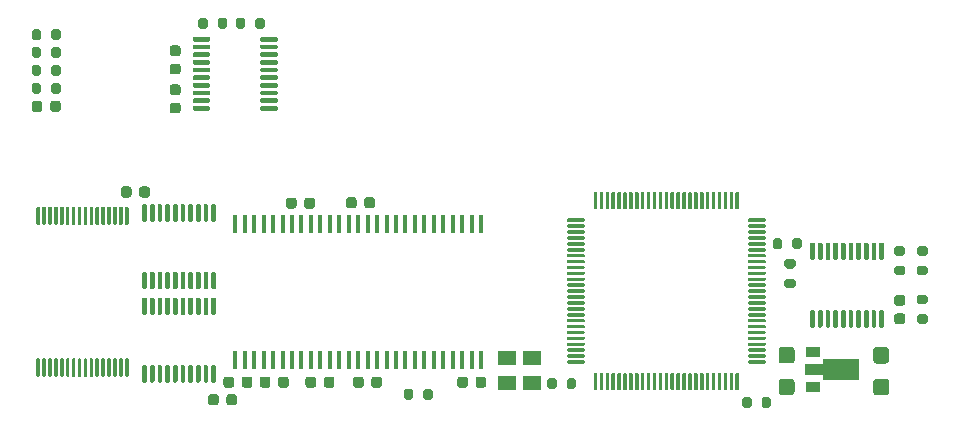
<source format=gtp>
G04 #@! TF.GenerationSoftware,KiCad,Pcbnew,9.0.1+1*
G04 #@! TF.CreationDate,2025-12-04T05:02:15+00:00*
G04 #@! TF.ProjectId,RIDE,52494445-2e6b-4696-9361-645f70636258,rev?*
G04 #@! TF.SameCoordinates,Original*
G04 #@! TF.FileFunction,Paste,Top*
G04 #@! TF.FilePolarity,Positive*
%FSLAX46Y46*%
G04 Gerber Fmt 4.6, Leading zero omitted, Abs format (unit mm)*
G04 Created by KiCad (PCBNEW 9.0.1+1) date 2025-12-04 05:02:15*
%MOMM*%
%LPD*%
G01*
G04 APERTURE LIST*
%ADD10R,0.458000X1.510000*%
%ADD11R,1.503000X1.300000*%
%ADD12R,1.300000X0.900000*%
G04 APERTURE END LIST*
G36*
G01*
X45206200Y5338400D02*
X45206200Y5888400D01*
G75*
G02*
X45406200Y6088400I200000J0D01*
G01*
X45806200Y6088400D01*
G75*
G02*
X46006200Y5888400I0J-200000D01*
G01*
X46006200Y5338400D01*
G75*
G02*
X45806200Y5138400I-200000J0D01*
G01*
X45406200Y5138400D01*
G75*
G02*
X45206200Y5338400I0J200000D01*
G01*
G37*
G36*
G01*
X46856200Y5338400D02*
X46856200Y5888400D01*
G75*
G02*
X47056200Y6088400I200000J0D01*
G01*
X47456200Y6088400D01*
G75*
G02*
X47656200Y5888400I0J-200000D01*
G01*
X47656200Y5338400D01*
G75*
G02*
X47456200Y5138400I-200000J0D01*
G01*
X47056200Y5138400D01*
G75*
G02*
X46856200Y5338400I0J200000D01*
G01*
G37*
G36*
G01*
X73427801Y17562197D02*
X73627801Y17562197D01*
G75*
G02*
X73727801Y17462197I0J-100000D01*
G01*
X73727801Y16187197D01*
G75*
G02*
X73627801Y16087197I-100000J0D01*
G01*
X73427801Y16087197D01*
G75*
G02*
X73327801Y16187197I0J100000D01*
G01*
X73327801Y17462197D01*
G75*
G02*
X73427801Y17562197I100000J0D01*
G01*
G37*
G36*
G01*
X72777801Y17562197D02*
X72977801Y17562197D01*
G75*
G02*
X73077801Y17462197I0J-100000D01*
G01*
X73077801Y16187197D01*
G75*
G02*
X72977801Y16087197I-100000J0D01*
G01*
X72777801Y16087197D01*
G75*
G02*
X72677801Y16187197I0J100000D01*
G01*
X72677801Y17462197D01*
G75*
G02*
X72777801Y17562197I100000J0D01*
G01*
G37*
G36*
G01*
X72127801Y17562197D02*
X72327801Y17562197D01*
G75*
G02*
X72427801Y17462197I0J-100000D01*
G01*
X72427801Y16187197D01*
G75*
G02*
X72327801Y16087197I-100000J0D01*
G01*
X72127801Y16087197D01*
G75*
G02*
X72027801Y16187197I0J100000D01*
G01*
X72027801Y17462197D01*
G75*
G02*
X72127801Y17562197I100000J0D01*
G01*
G37*
G36*
G01*
X71477801Y17562197D02*
X71677801Y17562197D01*
G75*
G02*
X71777801Y17462197I0J-100000D01*
G01*
X71777801Y16187197D01*
G75*
G02*
X71677801Y16087197I-100000J0D01*
G01*
X71477801Y16087197D01*
G75*
G02*
X71377801Y16187197I0J100000D01*
G01*
X71377801Y17462197D01*
G75*
G02*
X71477801Y17562197I100000J0D01*
G01*
G37*
G36*
G01*
X70827801Y17562197D02*
X71027801Y17562197D01*
G75*
G02*
X71127801Y17462197I0J-100000D01*
G01*
X71127801Y16187197D01*
G75*
G02*
X71027801Y16087197I-100000J0D01*
G01*
X70827801Y16087197D01*
G75*
G02*
X70727801Y16187197I0J100000D01*
G01*
X70727801Y17462197D01*
G75*
G02*
X70827801Y17562197I100000J0D01*
G01*
G37*
G36*
G01*
X70177801Y17562197D02*
X70377801Y17562197D01*
G75*
G02*
X70477801Y17462197I0J-100000D01*
G01*
X70477801Y16187197D01*
G75*
G02*
X70377801Y16087197I-100000J0D01*
G01*
X70177801Y16087197D01*
G75*
G02*
X70077801Y16187197I0J100000D01*
G01*
X70077801Y17462197D01*
G75*
G02*
X70177801Y17562197I100000J0D01*
G01*
G37*
G36*
G01*
X69527801Y17562197D02*
X69727801Y17562197D01*
G75*
G02*
X69827801Y17462197I0J-100000D01*
G01*
X69827801Y16187197D01*
G75*
G02*
X69727801Y16087197I-100000J0D01*
G01*
X69527801Y16087197D01*
G75*
G02*
X69427801Y16187197I0J100000D01*
G01*
X69427801Y17462197D01*
G75*
G02*
X69527801Y17562197I100000J0D01*
G01*
G37*
G36*
G01*
X68877801Y17562197D02*
X69077801Y17562197D01*
G75*
G02*
X69177801Y17462197I0J-100000D01*
G01*
X69177801Y16187197D01*
G75*
G02*
X69077801Y16087197I-100000J0D01*
G01*
X68877801Y16087197D01*
G75*
G02*
X68777801Y16187197I0J100000D01*
G01*
X68777801Y17462197D01*
G75*
G02*
X68877801Y17562197I100000J0D01*
G01*
G37*
G36*
G01*
X68227801Y17562197D02*
X68427801Y17562197D01*
G75*
G02*
X68527801Y17462197I0J-100000D01*
G01*
X68527801Y16187197D01*
G75*
G02*
X68427801Y16087197I-100000J0D01*
G01*
X68227801Y16087197D01*
G75*
G02*
X68127801Y16187197I0J100000D01*
G01*
X68127801Y17462197D01*
G75*
G02*
X68227801Y17562197I100000J0D01*
G01*
G37*
G36*
G01*
X67577801Y17562197D02*
X67777801Y17562197D01*
G75*
G02*
X67877801Y17462197I0J-100000D01*
G01*
X67877801Y16187197D01*
G75*
G02*
X67777801Y16087197I-100000J0D01*
G01*
X67577801Y16087197D01*
G75*
G02*
X67477801Y16187197I0J100000D01*
G01*
X67477801Y17462197D01*
G75*
G02*
X67577801Y17562197I100000J0D01*
G01*
G37*
G36*
G01*
X67577801Y11837197D02*
X67777801Y11837197D01*
G75*
G02*
X67877801Y11737197I0J-100000D01*
G01*
X67877801Y10462197D01*
G75*
G02*
X67777801Y10362197I-100000J0D01*
G01*
X67577801Y10362197D01*
G75*
G02*
X67477801Y10462197I0J100000D01*
G01*
X67477801Y11737197D01*
G75*
G02*
X67577801Y11837197I100000J0D01*
G01*
G37*
G36*
G01*
X68227801Y11837197D02*
X68427801Y11837197D01*
G75*
G02*
X68527801Y11737197I0J-100000D01*
G01*
X68527801Y10462197D01*
G75*
G02*
X68427801Y10362197I-100000J0D01*
G01*
X68227801Y10362197D01*
G75*
G02*
X68127801Y10462197I0J100000D01*
G01*
X68127801Y11737197D01*
G75*
G02*
X68227801Y11837197I100000J0D01*
G01*
G37*
G36*
G01*
X68877801Y11837197D02*
X69077801Y11837197D01*
G75*
G02*
X69177801Y11737197I0J-100000D01*
G01*
X69177801Y10462197D01*
G75*
G02*
X69077801Y10362197I-100000J0D01*
G01*
X68877801Y10362197D01*
G75*
G02*
X68777801Y10462197I0J100000D01*
G01*
X68777801Y11737197D01*
G75*
G02*
X68877801Y11837197I100000J0D01*
G01*
G37*
G36*
G01*
X69527801Y11837197D02*
X69727801Y11837197D01*
G75*
G02*
X69827801Y11737197I0J-100000D01*
G01*
X69827801Y10462197D01*
G75*
G02*
X69727801Y10362197I-100000J0D01*
G01*
X69527801Y10362197D01*
G75*
G02*
X69427801Y10462197I0J100000D01*
G01*
X69427801Y11737197D01*
G75*
G02*
X69527801Y11837197I100000J0D01*
G01*
G37*
G36*
G01*
X70177801Y11837197D02*
X70377801Y11837197D01*
G75*
G02*
X70477801Y11737197I0J-100000D01*
G01*
X70477801Y10462197D01*
G75*
G02*
X70377801Y10362197I-100000J0D01*
G01*
X70177801Y10362197D01*
G75*
G02*
X70077801Y10462197I0J100000D01*
G01*
X70077801Y11737197D01*
G75*
G02*
X70177801Y11837197I100000J0D01*
G01*
G37*
G36*
G01*
X70827801Y11837197D02*
X71027801Y11837197D01*
G75*
G02*
X71127801Y11737197I0J-100000D01*
G01*
X71127801Y10462197D01*
G75*
G02*
X71027801Y10362197I-100000J0D01*
G01*
X70827801Y10362197D01*
G75*
G02*
X70727801Y10462197I0J100000D01*
G01*
X70727801Y11737197D01*
G75*
G02*
X70827801Y11837197I100000J0D01*
G01*
G37*
G36*
G01*
X71477801Y11837197D02*
X71677801Y11837197D01*
G75*
G02*
X71777801Y11737197I0J-100000D01*
G01*
X71777801Y10462197D01*
G75*
G02*
X71677801Y10362197I-100000J0D01*
G01*
X71477801Y10362197D01*
G75*
G02*
X71377801Y10462197I0J100000D01*
G01*
X71377801Y11737197D01*
G75*
G02*
X71477801Y11837197I100000J0D01*
G01*
G37*
G36*
G01*
X72127801Y11837197D02*
X72327801Y11837197D01*
G75*
G02*
X72427801Y11737197I0J-100000D01*
G01*
X72427801Y10462197D01*
G75*
G02*
X72327801Y10362197I-100000J0D01*
G01*
X72127801Y10362197D01*
G75*
G02*
X72027801Y10462197I0J100000D01*
G01*
X72027801Y11737197D01*
G75*
G02*
X72127801Y11837197I100000J0D01*
G01*
G37*
G36*
G01*
X72777801Y11837197D02*
X72977801Y11837197D01*
G75*
G02*
X73077801Y11737197I0J-100000D01*
G01*
X73077801Y10462197D01*
G75*
G02*
X72977801Y10362197I-100000J0D01*
G01*
X72777801Y10362197D01*
G75*
G02*
X72677801Y10462197I0J100000D01*
G01*
X72677801Y11737197D01*
G75*
G02*
X72777801Y11837197I100000J0D01*
G01*
G37*
G36*
G01*
X73427801Y11837197D02*
X73627801Y11837197D01*
G75*
G02*
X73727801Y11737197I0J-100000D01*
G01*
X73727801Y10462197D01*
G75*
G02*
X73627801Y10362197I-100000J0D01*
G01*
X73427801Y10362197D01*
G75*
G02*
X73327801Y10462197I0J100000D01*
G01*
X73327801Y11737197D01*
G75*
G02*
X73427801Y11837197I100000J0D01*
G01*
G37*
G36*
G01*
X2191801Y6196503D02*
X2041801Y6196503D01*
G75*
G02*
X1966801Y6271503I0J75000D01*
G01*
X1966801Y7671503D01*
G75*
G02*
X2041801Y7746503I75000J0D01*
G01*
X2191801Y7746503D01*
G75*
G02*
X2266801Y7671503I0J-75000D01*
G01*
X2266801Y6271503D01*
G75*
G02*
X2191801Y6196503I-75000J0D01*
G01*
G37*
G36*
G01*
X2691801Y6196503D02*
X2541801Y6196503D01*
G75*
G02*
X2466801Y6271503I0J75000D01*
G01*
X2466801Y7671503D01*
G75*
G02*
X2541801Y7746503I75000J0D01*
G01*
X2691801Y7746503D01*
G75*
G02*
X2766801Y7671503I0J-75000D01*
G01*
X2766801Y6271503D01*
G75*
G02*
X2691801Y6196503I-75000J0D01*
G01*
G37*
G36*
G01*
X3191801Y6196503D02*
X3041801Y6196503D01*
G75*
G02*
X2966801Y6271503I0J75000D01*
G01*
X2966801Y7671503D01*
G75*
G02*
X3041801Y7746503I75000J0D01*
G01*
X3191801Y7746503D01*
G75*
G02*
X3266801Y7671503I0J-75000D01*
G01*
X3266801Y6271503D01*
G75*
G02*
X3191801Y6196503I-75000J0D01*
G01*
G37*
G36*
G01*
X3691801Y6196503D02*
X3541801Y6196503D01*
G75*
G02*
X3466801Y6271503I0J75000D01*
G01*
X3466801Y7671503D01*
G75*
G02*
X3541801Y7746503I75000J0D01*
G01*
X3691801Y7746503D01*
G75*
G02*
X3766801Y7671503I0J-75000D01*
G01*
X3766801Y6271503D01*
G75*
G02*
X3691801Y6196503I-75000J0D01*
G01*
G37*
G36*
G01*
X4191801Y6196503D02*
X4041801Y6196503D01*
G75*
G02*
X3966801Y6271503I0J75000D01*
G01*
X3966801Y7671503D01*
G75*
G02*
X4041801Y7746503I75000J0D01*
G01*
X4191801Y7746503D01*
G75*
G02*
X4266801Y7671503I0J-75000D01*
G01*
X4266801Y6271503D01*
G75*
G02*
X4191801Y6196503I-75000J0D01*
G01*
G37*
G36*
G01*
X4691801Y6196503D02*
X4541801Y6196503D01*
G75*
G02*
X4466801Y6271503I0J75000D01*
G01*
X4466801Y7671503D01*
G75*
G02*
X4541801Y7746503I75000J0D01*
G01*
X4691801Y7746503D01*
G75*
G02*
X4766801Y7671503I0J-75000D01*
G01*
X4766801Y6271503D01*
G75*
G02*
X4691801Y6196503I-75000J0D01*
G01*
G37*
G36*
G01*
X5191801Y6196503D02*
X5041801Y6196503D01*
G75*
G02*
X4966801Y6271503I0J75000D01*
G01*
X4966801Y7671503D01*
G75*
G02*
X5041801Y7746503I75000J0D01*
G01*
X5191801Y7746503D01*
G75*
G02*
X5266801Y7671503I0J-75000D01*
G01*
X5266801Y6271503D01*
G75*
G02*
X5191801Y6196503I-75000J0D01*
G01*
G37*
G36*
G01*
X5691801Y6196503D02*
X5541801Y6196503D01*
G75*
G02*
X5466801Y6271503I0J75000D01*
G01*
X5466801Y7671503D01*
G75*
G02*
X5541801Y7746503I75000J0D01*
G01*
X5691801Y7746503D01*
G75*
G02*
X5766801Y7671503I0J-75000D01*
G01*
X5766801Y6271503D01*
G75*
G02*
X5691801Y6196503I-75000J0D01*
G01*
G37*
G36*
G01*
X6191801Y6196503D02*
X6041801Y6196503D01*
G75*
G02*
X5966801Y6271503I0J75000D01*
G01*
X5966801Y7671503D01*
G75*
G02*
X6041801Y7746503I75000J0D01*
G01*
X6191801Y7746503D01*
G75*
G02*
X6266801Y7671503I0J-75000D01*
G01*
X6266801Y6271503D01*
G75*
G02*
X6191801Y6196503I-75000J0D01*
G01*
G37*
G36*
G01*
X6691801Y6196503D02*
X6541801Y6196503D01*
G75*
G02*
X6466801Y6271503I0J75000D01*
G01*
X6466801Y7671503D01*
G75*
G02*
X6541801Y7746503I75000J0D01*
G01*
X6691801Y7746503D01*
G75*
G02*
X6766801Y7671503I0J-75000D01*
G01*
X6766801Y6271503D01*
G75*
G02*
X6691801Y6196503I-75000J0D01*
G01*
G37*
G36*
G01*
X7191801Y6196503D02*
X7041801Y6196503D01*
G75*
G02*
X6966801Y6271503I0J75000D01*
G01*
X6966801Y7671503D01*
G75*
G02*
X7041801Y7746503I75000J0D01*
G01*
X7191801Y7746503D01*
G75*
G02*
X7266801Y7671503I0J-75000D01*
G01*
X7266801Y6271503D01*
G75*
G02*
X7191801Y6196503I-75000J0D01*
G01*
G37*
G36*
G01*
X7691801Y6196503D02*
X7541801Y6196503D01*
G75*
G02*
X7466801Y6271503I0J75000D01*
G01*
X7466801Y7671503D01*
G75*
G02*
X7541801Y7746503I75000J0D01*
G01*
X7691801Y7746503D01*
G75*
G02*
X7766801Y7671503I0J-75000D01*
G01*
X7766801Y6271503D01*
G75*
G02*
X7691801Y6196503I-75000J0D01*
G01*
G37*
G36*
G01*
X8191801Y6196503D02*
X8041801Y6196503D01*
G75*
G02*
X7966801Y6271503I0J75000D01*
G01*
X7966801Y7671503D01*
G75*
G02*
X8041801Y7746503I75000J0D01*
G01*
X8191801Y7746503D01*
G75*
G02*
X8266801Y7671503I0J-75000D01*
G01*
X8266801Y6271503D01*
G75*
G02*
X8191801Y6196503I-75000J0D01*
G01*
G37*
G36*
G01*
X8691801Y6196503D02*
X8541801Y6196503D01*
G75*
G02*
X8466801Y6271503I0J75000D01*
G01*
X8466801Y7671503D01*
G75*
G02*
X8541801Y7746503I75000J0D01*
G01*
X8691801Y7746503D01*
G75*
G02*
X8766801Y7671503I0J-75000D01*
G01*
X8766801Y6271503D01*
G75*
G02*
X8691801Y6196503I-75000J0D01*
G01*
G37*
G36*
G01*
X9191801Y6196503D02*
X9041801Y6196503D01*
G75*
G02*
X8966801Y6271503I0J75000D01*
G01*
X8966801Y7671503D01*
G75*
G02*
X9041801Y7746503I75000J0D01*
G01*
X9191801Y7746503D01*
G75*
G02*
X9266801Y7671503I0J-75000D01*
G01*
X9266801Y6271503D01*
G75*
G02*
X9191801Y6196503I-75000J0D01*
G01*
G37*
G36*
G01*
X9691801Y6196503D02*
X9541801Y6196503D01*
G75*
G02*
X9466801Y6271503I0J75000D01*
G01*
X9466801Y7671503D01*
G75*
G02*
X9541801Y7746503I75000J0D01*
G01*
X9691801Y7746503D01*
G75*
G02*
X9766801Y7671503I0J-75000D01*
G01*
X9766801Y6271503D01*
G75*
G02*
X9691801Y6196503I-75000J0D01*
G01*
G37*
G36*
G01*
X9691801Y19046503D02*
X9541801Y19046503D01*
G75*
G02*
X9466801Y19121503I0J75000D01*
G01*
X9466801Y20521503D01*
G75*
G02*
X9541801Y20596503I75000J0D01*
G01*
X9691801Y20596503D01*
G75*
G02*
X9766801Y20521503I0J-75000D01*
G01*
X9766801Y19121503D01*
G75*
G02*
X9691801Y19046503I-75000J0D01*
G01*
G37*
G36*
G01*
X9191801Y19046503D02*
X9041801Y19046503D01*
G75*
G02*
X8966801Y19121503I0J75000D01*
G01*
X8966801Y20521503D01*
G75*
G02*
X9041801Y20596503I75000J0D01*
G01*
X9191801Y20596503D01*
G75*
G02*
X9266801Y20521503I0J-75000D01*
G01*
X9266801Y19121503D01*
G75*
G02*
X9191801Y19046503I-75000J0D01*
G01*
G37*
G36*
G01*
X8691801Y19046503D02*
X8541801Y19046503D01*
G75*
G02*
X8466801Y19121503I0J75000D01*
G01*
X8466801Y20521503D01*
G75*
G02*
X8541801Y20596503I75000J0D01*
G01*
X8691801Y20596503D01*
G75*
G02*
X8766801Y20521503I0J-75000D01*
G01*
X8766801Y19121503D01*
G75*
G02*
X8691801Y19046503I-75000J0D01*
G01*
G37*
G36*
G01*
X8191801Y19046503D02*
X8041801Y19046503D01*
G75*
G02*
X7966801Y19121503I0J75000D01*
G01*
X7966801Y20521503D01*
G75*
G02*
X8041801Y20596503I75000J0D01*
G01*
X8191801Y20596503D01*
G75*
G02*
X8266801Y20521503I0J-75000D01*
G01*
X8266801Y19121503D01*
G75*
G02*
X8191801Y19046503I-75000J0D01*
G01*
G37*
G36*
G01*
X7691801Y19046503D02*
X7541801Y19046503D01*
G75*
G02*
X7466801Y19121503I0J75000D01*
G01*
X7466801Y20521503D01*
G75*
G02*
X7541801Y20596503I75000J0D01*
G01*
X7691801Y20596503D01*
G75*
G02*
X7766801Y20521503I0J-75000D01*
G01*
X7766801Y19121503D01*
G75*
G02*
X7691801Y19046503I-75000J0D01*
G01*
G37*
G36*
G01*
X7191801Y19046503D02*
X7041801Y19046503D01*
G75*
G02*
X6966801Y19121503I0J75000D01*
G01*
X6966801Y20521503D01*
G75*
G02*
X7041801Y20596503I75000J0D01*
G01*
X7191801Y20596503D01*
G75*
G02*
X7266801Y20521503I0J-75000D01*
G01*
X7266801Y19121503D01*
G75*
G02*
X7191801Y19046503I-75000J0D01*
G01*
G37*
G36*
G01*
X6691801Y19046503D02*
X6541801Y19046503D01*
G75*
G02*
X6466801Y19121503I0J75000D01*
G01*
X6466801Y20521503D01*
G75*
G02*
X6541801Y20596503I75000J0D01*
G01*
X6691801Y20596503D01*
G75*
G02*
X6766801Y20521503I0J-75000D01*
G01*
X6766801Y19121503D01*
G75*
G02*
X6691801Y19046503I-75000J0D01*
G01*
G37*
G36*
G01*
X6191801Y19046503D02*
X6041801Y19046503D01*
G75*
G02*
X5966801Y19121503I0J75000D01*
G01*
X5966801Y20521503D01*
G75*
G02*
X6041801Y20596503I75000J0D01*
G01*
X6191801Y20596503D01*
G75*
G02*
X6266801Y20521503I0J-75000D01*
G01*
X6266801Y19121503D01*
G75*
G02*
X6191801Y19046503I-75000J0D01*
G01*
G37*
G36*
G01*
X5691801Y19046503D02*
X5541801Y19046503D01*
G75*
G02*
X5466801Y19121503I0J75000D01*
G01*
X5466801Y20521503D01*
G75*
G02*
X5541801Y20596503I75000J0D01*
G01*
X5691801Y20596503D01*
G75*
G02*
X5766801Y20521503I0J-75000D01*
G01*
X5766801Y19121503D01*
G75*
G02*
X5691801Y19046503I-75000J0D01*
G01*
G37*
G36*
G01*
X5191801Y19046503D02*
X5041801Y19046503D01*
G75*
G02*
X4966801Y19121503I0J75000D01*
G01*
X4966801Y20521503D01*
G75*
G02*
X5041801Y20596503I75000J0D01*
G01*
X5191801Y20596503D01*
G75*
G02*
X5266801Y20521503I0J-75000D01*
G01*
X5266801Y19121503D01*
G75*
G02*
X5191801Y19046503I-75000J0D01*
G01*
G37*
G36*
G01*
X4691801Y19046503D02*
X4541801Y19046503D01*
G75*
G02*
X4466801Y19121503I0J75000D01*
G01*
X4466801Y20521503D01*
G75*
G02*
X4541801Y20596503I75000J0D01*
G01*
X4691801Y20596503D01*
G75*
G02*
X4766801Y20521503I0J-75000D01*
G01*
X4766801Y19121503D01*
G75*
G02*
X4691801Y19046503I-75000J0D01*
G01*
G37*
G36*
G01*
X4191801Y19046503D02*
X4041801Y19046503D01*
G75*
G02*
X3966801Y19121503I0J75000D01*
G01*
X3966801Y20521503D01*
G75*
G02*
X4041801Y20596503I75000J0D01*
G01*
X4191801Y20596503D01*
G75*
G02*
X4266801Y20521503I0J-75000D01*
G01*
X4266801Y19121503D01*
G75*
G02*
X4191801Y19046503I-75000J0D01*
G01*
G37*
G36*
G01*
X3691801Y19046503D02*
X3541801Y19046503D01*
G75*
G02*
X3466801Y19121503I0J75000D01*
G01*
X3466801Y20521503D01*
G75*
G02*
X3541801Y20596503I75000J0D01*
G01*
X3691801Y20596503D01*
G75*
G02*
X3766801Y20521503I0J-75000D01*
G01*
X3766801Y19121503D01*
G75*
G02*
X3691801Y19046503I-75000J0D01*
G01*
G37*
G36*
G01*
X3191801Y19046503D02*
X3041801Y19046503D01*
G75*
G02*
X2966801Y19121503I0J75000D01*
G01*
X2966801Y20521503D01*
G75*
G02*
X3041801Y20596503I75000J0D01*
G01*
X3191801Y20596503D01*
G75*
G02*
X3266801Y20521503I0J-75000D01*
G01*
X3266801Y19121503D01*
G75*
G02*
X3191801Y19046503I-75000J0D01*
G01*
G37*
G36*
G01*
X2691801Y19046503D02*
X2541801Y19046503D01*
G75*
G02*
X2466801Y19121503I0J75000D01*
G01*
X2466801Y20521503D01*
G75*
G02*
X2541801Y20596503I75000J0D01*
G01*
X2691801Y20596503D01*
G75*
G02*
X2766801Y20521503I0J-75000D01*
G01*
X2766801Y19121503D01*
G75*
G02*
X2691801Y19046503I-75000J0D01*
G01*
G37*
G36*
G01*
X2191801Y19046503D02*
X2041801Y19046503D01*
G75*
G02*
X1966801Y19121503I0J75000D01*
G01*
X1966801Y20521503D01*
G75*
G02*
X2041801Y20596503I75000J0D01*
G01*
X2191801Y20596503D01*
G75*
G02*
X2266801Y20521503I0J-75000D01*
G01*
X2266801Y19121503D01*
G75*
G02*
X2191801Y19046503I-75000J0D01*
G01*
G37*
G36*
G01*
X16504200Y3991800D02*
X16504200Y4491800D01*
G75*
G02*
X16729200Y4716800I225000J0D01*
G01*
X17179200Y4716800D01*
G75*
G02*
X17404200Y4491800I0J-225000D01*
G01*
X17404200Y3991800D01*
G75*
G02*
X17179200Y3766800I-225000J0D01*
G01*
X16729200Y3766800D01*
G75*
G02*
X16504200Y3991800I0J225000D01*
G01*
G37*
G36*
G01*
X18054200Y3991800D02*
X18054200Y4491800D01*
G75*
G02*
X18279200Y4716800I225000J0D01*
G01*
X18729200Y4716800D01*
G75*
G02*
X18954200Y4491800I0J-225000D01*
G01*
X18954200Y3991800D01*
G75*
G02*
X18729200Y3766800I-225000J0D01*
G01*
X18279200Y3766800D01*
G75*
G02*
X18054200Y3991800I0J225000D01*
G01*
G37*
D10*
X18808004Y7646503D03*
X19608004Y7646503D03*
X20408004Y7646503D03*
X21208004Y7646503D03*
X22008004Y7646503D03*
X22808004Y7646503D03*
X23608004Y7646503D03*
X24408004Y7646503D03*
X25208004Y7646503D03*
X26008004Y7646503D03*
X26808004Y7646503D03*
X27608004Y7646503D03*
X28408004Y7646503D03*
X29208004Y7646503D03*
X30008004Y7646503D03*
X30808004Y7646503D03*
X31608004Y7646503D03*
X32408004Y7646503D03*
X33208004Y7646503D03*
X34008004Y7646503D03*
X34808004Y7646503D03*
X35608004Y7646503D03*
X36408004Y7646503D03*
X37208004Y7646503D03*
X38008004Y7646503D03*
X38808004Y7646503D03*
X39608004Y7646503D03*
X39608004Y19146503D03*
X38808004Y19146503D03*
X38008004Y19146503D03*
X37208004Y19146503D03*
X36408004Y19146503D03*
X35608004Y19146503D03*
X34808004Y19146503D03*
X34008004Y19146503D03*
X33208004Y19146503D03*
X32408004Y19146503D03*
X31608004Y19146503D03*
X30808004Y19146503D03*
X30008004Y19146503D03*
X29208004Y19146503D03*
X28408004Y19146503D03*
X27608004Y19146503D03*
X26808004Y19146503D03*
X26008004Y19146503D03*
X25208004Y19146503D03*
X24408004Y19146503D03*
X23608004Y19146503D03*
X22808004Y19146503D03*
X22008004Y19146503D03*
X21208004Y19146503D03*
X20408004Y19146503D03*
X19608004Y19146503D03*
X18808004Y19146503D03*
D11*
X41848700Y7781000D03*
X41848700Y5681000D03*
X43901700Y5681000D03*
X43901700Y7781000D03*
G36*
G01*
X28771801Y5484003D02*
X28771801Y5984003D01*
G75*
G02*
X28996801Y6209003I225000J0D01*
G01*
X29446801Y6209003D01*
G75*
G02*
X29671801Y5984003I0J-225000D01*
G01*
X29671801Y5484003D01*
G75*
G02*
X29446801Y5259003I-225000J0D01*
G01*
X28996801Y5259003D01*
G75*
G02*
X28771801Y5484003I0J225000D01*
G01*
G37*
G36*
G01*
X30321801Y5484003D02*
X30321801Y5984003D01*
G75*
G02*
X30546801Y6209003I225000J0D01*
G01*
X30996801Y6209003D01*
G75*
G02*
X31221801Y5984003I0J-225000D01*
G01*
X31221801Y5484003D01*
G75*
G02*
X30996801Y5259003I-225000J0D01*
G01*
X30546801Y5259003D01*
G75*
G02*
X30321801Y5484003I0J225000D01*
G01*
G37*
G36*
G01*
X22392801Y29026604D02*
X22392801Y28826604D01*
G75*
G02*
X22292801Y28726604I-100000J0D01*
G01*
X21017801Y28726604D01*
G75*
G02*
X20917801Y28826604I0J100000D01*
G01*
X20917801Y29026604D01*
G75*
G02*
X21017801Y29126604I100000J0D01*
G01*
X22292801Y29126604D01*
G75*
G02*
X22392801Y29026604I0J-100000D01*
G01*
G37*
G36*
G01*
X22392801Y29676604D02*
X22392801Y29476604D01*
G75*
G02*
X22292801Y29376604I-100000J0D01*
G01*
X21017801Y29376604D01*
G75*
G02*
X20917801Y29476604I0J100000D01*
G01*
X20917801Y29676604D01*
G75*
G02*
X21017801Y29776604I100000J0D01*
G01*
X22292801Y29776604D01*
G75*
G02*
X22392801Y29676604I0J-100000D01*
G01*
G37*
G36*
G01*
X22392801Y30326604D02*
X22392801Y30126604D01*
G75*
G02*
X22292801Y30026604I-100000J0D01*
G01*
X21017801Y30026604D01*
G75*
G02*
X20917801Y30126604I0J100000D01*
G01*
X20917801Y30326604D01*
G75*
G02*
X21017801Y30426604I100000J0D01*
G01*
X22292801Y30426604D01*
G75*
G02*
X22392801Y30326604I0J-100000D01*
G01*
G37*
G36*
G01*
X22392801Y30976604D02*
X22392801Y30776604D01*
G75*
G02*
X22292801Y30676604I-100000J0D01*
G01*
X21017801Y30676604D01*
G75*
G02*
X20917801Y30776604I0J100000D01*
G01*
X20917801Y30976604D01*
G75*
G02*
X21017801Y31076604I100000J0D01*
G01*
X22292801Y31076604D01*
G75*
G02*
X22392801Y30976604I0J-100000D01*
G01*
G37*
G36*
G01*
X22392801Y31626604D02*
X22392801Y31426604D01*
G75*
G02*
X22292801Y31326604I-100000J0D01*
G01*
X21017801Y31326604D01*
G75*
G02*
X20917801Y31426604I0J100000D01*
G01*
X20917801Y31626604D01*
G75*
G02*
X21017801Y31726604I100000J0D01*
G01*
X22292801Y31726604D01*
G75*
G02*
X22392801Y31626604I0J-100000D01*
G01*
G37*
G36*
G01*
X22392801Y32276604D02*
X22392801Y32076604D01*
G75*
G02*
X22292801Y31976604I-100000J0D01*
G01*
X21017801Y31976604D01*
G75*
G02*
X20917801Y32076604I0J100000D01*
G01*
X20917801Y32276604D01*
G75*
G02*
X21017801Y32376604I100000J0D01*
G01*
X22292801Y32376604D01*
G75*
G02*
X22392801Y32276604I0J-100000D01*
G01*
G37*
G36*
G01*
X22392801Y32926604D02*
X22392801Y32726604D01*
G75*
G02*
X22292801Y32626604I-100000J0D01*
G01*
X21017801Y32626604D01*
G75*
G02*
X20917801Y32726604I0J100000D01*
G01*
X20917801Y32926604D01*
G75*
G02*
X21017801Y33026604I100000J0D01*
G01*
X22292801Y33026604D01*
G75*
G02*
X22392801Y32926604I0J-100000D01*
G01*
G37*
G36*
G01*
X22392801Y33576604D02*
X22392801Y33376604D01*
G75*
G02*
X22292801Y33276604I-100000J0D01*
G01*
X21017801Y33276604D01*
G75*
G02*
X20917801Y33376604I0J100000D01*
G01*
X20917801Y33576604D01*
G75*
G02*
X21017801Y33676604I100000J0D01*
G01*
X22292801Y33676604D01*
G75*
G02*
X22392801Y33576604I0J-100000D01*
G01*
G37*
G36*
G01*
X22392801Y34226604D02*
X22392801Y34026604D01*
G75*
G02*
X22292801Y33926604I-100000J0D01*
G01*
X21017801Y33926604D01*
G75*
G02*
X20917801Y34026604I0J100000D01*
G01*
X20917801Y34226604D01*
G75*
G02*
X21017801Y34326604I100000J0D01*
G01*
X22292801Y34326604D01*
G75*
G02*
X22392801Y34226604I0J-100000D01*
G01*
G37*
G36*
G01*
X22392801Y34876604D02*
X22392801Y34676604D01*
G75*
G02*
X22292801Y34576604I-100000J0D01*
G01*
X21017801Y34576604D01*
G75*
G02*
X20917801Y34676604I0J100000D01*
G01*
X20917801Y34876604D01*
G75*
G02*
X21017801Y34976604I100000J0D01*
G01*
X22292801Y34976604D01*
G75*
G02*
X22392801Y34876604I0J-100000D01*
G01*
G37*
G36*
G01*
X16667801Y34876604D02*
X16667801Y34676604D01*
G75*
G02*
X16567801Y34576604I-100000J0D01*
G01*
X15292801Y34576604D01*
G75*
G02*
X15192801Y34676604I0J100000D01*
G01*
X15192801Y34876604D01*
G75*
G02*
X15292801Y34976604I100000J0D01*
G01*
X16567801Y34976604D01*
G75*
G02*
X16667801Y34876604I0J-100000D01*
G01*
G37*
G36*
G01*
X16667801Y34226604D02*
X16667801Y34026604D01*
G75*
G02*
X16567801Y33926604I-100000J0D01*
G01*
X15292801Y33926604D01*
G75*
G02*
X15192801Y34026604I0J100000D01*
G01*
X15192801Y34226604D01*
G75*
G02*
X15292801Y34326604I100000J0D01*
G01*
X16567801Y34326604D01*
G75*
G02*
X16667801Y34226604I0J-100000D01*
G01*
G37*
G36*
G01*
X16667801Y33576604D02*
X16667801Y33376604D01*
G75*
G02*
X16567801Y33276604I-100000J0D01*
G01*
X15292801Y33276604D01*
G75*
G02*
X15192801Y33376604I0J100000D01*
G01*
X15192801Y33576604D01*
G75*
G02*
X15292801Y33676604I100000J0D01*
G01*
X16567801Y33676604D01*
G75*
G02*
X16667801Y33576604I0J-100000D01*
G01*
G37*
G36*
G01*
X16667801Y32926604D02*
X16667801Y32726604D01*
G75*
G02*
X16567801Y32626604I-100000J0D01*
G01*
X15292801Y32626604D01*
G75*
G02*
X15192801Y32726604I0J100000D01*
G01*
X15192801Y32926604D01*
G75*
G02*
X15292801Y33026604I100000J0D01*
G01*
X16567801Y33026604D01*
G75*
G02*
X16667801Y32926604I0J-100000D01*
G01*
G37*
G36*
G01*
X16667801Y32276604D02*
X16667801Y32076604D01*
G75*
G02*
X16567801Y31976604I-100000J0D01*
G01*
X15292801Y31976604D01*
G75*
G02*
X15192801Y32076604I0J100000D01*
G01*
X15192801Y32276604D01*
G75*
G02*
X15292801Y32376604I100000J0D01*
G01*
X16567801Y32376604D01*
G75*
G02*
X16667801Y32276604I0J-100000D01*
G01*
G37*
G36*
G01*
X16667801Y31626604D02*
X16667801Y31426604D01*
G75*
G02*
X16567801Y31326604I-100000J0D01*
G01*
X15292801Y31326604D01*
G75*
G02*
X15192801Y31426604I0J100000D01*
G01*
X15192801Y31626604D01*
G75*
G02*
X15292801Y31726604I100000J0D01*
G01*
X16567801Y31726604D01*
G75*
G02*
X16667801Y31626604I0J-100000D01*
G01*
G37*
G36*
G01*
X16667801Y30976604D02*
X16667801Y30776604D01*
G75*
G02*
X16567801Y30676604I-100000J0D01*
G01*
X15292801Y30676604D01*
G75*
G02*
X15192801Y30776604I0J100000D01*
G01*
X15192801Y30976604D01*
G75*
G02*
X15292801Y31076604I100000J0D01*
G01*
X16567801Y31076604D01*
G75*
G02*
X16667801Y30976604I0J-100000D01*
G01*
G37*
G36*
G01*
X16667801Y30326604D02*
X16667801Y30126604D01*
G75*
G02*
X16567801Y30026604I-100000J0D01*
G01*
X15292801Y30026604D01*
G75*
G02*
X15192801Y30126604I0J100000D01*
G01*
X15192801Y30326604D01*
G75*
G02*
X15292801Y30426604I100000J0D01*
G01*
X16567801Y30426604D01*
G75*
G02*
X16667801Y30326604I0J-100000D01*
G01*
G37*
G36*
G01*
X16667801Y29676604D02*
X16667801Y29476604D01*
G75*
G02*
X16567801Y29376604I-100000J0D01*
G01*
X15292801Y29376604D01*
G75*
G02*
X15192801Y29476604I0J100000D01*
G01*
X15192801Y29676604D01*
G75*
G02*
X15292801Y29776604I100000J0D01*
G01*
X16567801Y29776604D01*
G75*
G02*
X16667801Y29676604I0J-100000D01*
G01*
G37*
G36*
G01*
X16667801Y29026604D02*
X16667801Y28826604D01*
G75*
G02*
X16567801Y28726604I-100000J0D01*
G01*
X15292801Y28726604D01*
G75*
G02*
X15192801Y28826604I0J100000D01*
G01*
X15192801Y29026604D01*
G75*
G02*
X15292801Y29126604I100000J0D01*
G01*
X16567801Y29126604D01*
G75*
G02*
X16667801Y29026604I0J-100000D01*
G01*
G37*
G36*
G01*
X13962805Y28493000D02*
X13462805Y28493000D01*
G75*
G02*
X13237805Y28718000I0J225000D01*
G01*
X13237805Y29168000D01*
G75*
G02*
X13462805Y29393000I225000J0D01*
G01*
X13962805Y29393000D01*
G75*
G02*
X14187805Y29168000I0J-225000D01*
G01*
X14187805Y28718000D01*
G75*
G02*
X13962805Y28493000I-225000J0D01*
G01*
G37*
G36*
G01*
X13962805Y30043000D02*
X13462805Y30043000D01*
G75*
G02*
X13237805Y30268000I0J225000D01*
G01*
X13237805Y30718000D01*
G75*
G02*
X13462805Y30943000I225000J0D01*
G01*
X13962805Y30943000D01*
G75*
G02*
X14187805Y30718000I0J-225000D01*
G01*
X14187805Y30268000D01*
G75*
G02*
X13962805Y30043000I-225000J0D01*
G01*
G37*
G36*
G01*
X73907200Y4620003D02*
X73057200Y4620003D01*
G75*
G02*
X72807200Y4870003I0J250000D01*
G01*
X72807200Y5770003D01*
G75*
G02*
X73057200Y6020003I250000J0D01*
G01*
X73907200Y6020003D01*
G75*
G02*
X74157200Y5770003I0J-250000D01*
G01*
X74157200Y4870003D01*
G75*
G02*
X73907200Y4620003I-250000J0D01*
G01*
G37*
G36*
G01*
X73907200Y7320003D02*
X73057200Y7320003D01*
G75*
G02*
X72807200Y7570003I0J250000D01*
G01*
X72807200Y8470003D01*
G75*
G02*
X73057200Y8720003I250000J0D01*
G01*
X73907200Y8720003D01*
G75*
G02*
X74157200Y8470003I0J-250000D01*
G01*
X74157200Y7570003D01*
G75*
G02*
X73907200Y7320003I-250000J0D01*
G01*
G37*
G36*
G01*
X75318001Y10657103D02*
X74818001Y10657103D01*
G75*
G02*
X74593001Y10882103I0J225000D01*
G01*
X74593001Y11332103D01*
G75*
G02*
X74818001Y11557103I225000J0D01*
G01*
X75318001Y11557103D01*
G75*
G02*
X75543001Y11332103I0J-225000D01*
G01*
X75543001Y10882103D01*
G75*
G02*
X75318001Y10657103I-225000J0D01*
G01*
G37*
G36*
G01*
X75318001Y12207103D02*
X74818001Y12207103D01*
G75*
G02*
X74593001Y12432103I0J225000D01*
G01*
X74593001Y12882103D01*
G75*
G02*
X74818001Y13107103I225000J0D01*
G01*
X75318001Y13107103D01*
G75*
G02*
X75543001Y12882103I0J-225000D01*
G01*
X75543001Y12432103D01*
G75*
G02*
X75318001Y12207103I-225000J0D01*
G01*
G37*
G36*
G01*
X40045604Y5984003D02*
X40045604Y5484003D01*
G75*
G02*
X39820604Y5259003I-225000J0D01*
G01*
X39370604Y5259003D01*
G75*
G02*
X39145604Y5484003I0J225000D01*
G01*
X39145604Y5984003D01*
G75*
G02*
X39370604Y6209003I225000J0D01*
G01*
X39820604Y6209003D01*
G75*
G02*
X40045604Y5984003I0J-225000D01*
G01*
G37*
G36*
G01*
X38495604Y5984003D02*
X38495604Y5484003D01*
G75*
G02*
X38270604Y5259003I-225000J0D01*
G01*
X37820604Y5259003D01*
G75*
G02*
X37595604Y5484003I0J225000D01*
G01*
X37595604Y5984003D01*
G75*
G02*
X37820604Y6209003I225000J0D01*
G01*
X38270604Y6209003D01*
G75*
G02*
X38495604Y5984003I0J-225000D01*
G01*
G37*
G36*
G01*
X13462805Y34245000D02*
X13962805Y34245000D01*
G75*
G02*
X14187805Y34020000I0J-225000D01*
G01*
X14187805Y33570000D01*
G75*
G02*
X13962805Y33345000I-225000J0D01*
G01*
X13462805Y33345000D01*
G75*
G02*
X13237805Y33570000I0J225000D01*
G01*
X13237805Y34020000D01*
G75*
G02*
X13462805Y34245000I225000J0D01*
G01*
G37*
G36*
G01*
X13462805Y32695000D02*
X13962805Y32695000D01*
G75*
G02*
X14187805Y32470000I0J-225000D01*
G01*
X14187805Y32020000D01*
G75*
G02*
X13962805Y31795000I-225000J0D01*
G01*
X13462805Y31795000D01*
G75*
G02*
X13237805Y32020000I0J225000D01*
G01*
X13237805Y32470000D01*
G75*
G02*
X13462805Y32695000I225000J0D01*
G01*
G37*
G36*
G01*
X65906200Y4630200D02*
X65056200Y4630200D01*
G75*
G02*
X64806200Y4880200I0J250000D01*
G01*
X64806200Y5780200D01*
G75*
G02*
X65056200Y6030200I250000J0D01*
G01*
X65906200Y6030200D01*
G75*
G02*
X66156200Y5780200I0J-250000D01*
G01*
X66156200Y4880200D01*
G75*
G02*
X65906200Y4630200I-250000J0D01*
G01*
G37*
G36*
G01*
X65906200Y7330200D02*
X65056200Y7330200D01*
G75*
G02*
X64806200Y7580200I0J250000D01*
G01*
X64806200Y8480200D01*
G75*
G02*
X65056200Y8730200I250000J0D01*
G01*
X65906200Y8730200D01*
G75*
G02*
X66156200Y8480200I0J-250000D01*
G01*
X66156200Y7580200D01*
G75*
G02*
X65906200Y7330200I-250000J0D01*
G01*
G37*
G36*
G01*
X11217615Y13606503D02*
X11017615Y13606503D01*
G75*
G02*
X10917615Y13706503I0J100000D01*
G01*
X10917615Y14981503D01*
G75*
G02*
X11017615Y15081503I100000J0D01*
G01*
X11217615Y15081503D01*
G75*
G02*
X11317615Y14981503I0J-100000D01*
G01*
X11317615Y13706503D01*
G75*
G02*
X11217615Y13606503I-100000J0D01*
G01*
G37*
G36*
G01*
X11867615Y13606503D02*
X11667615Y13606503D01*
G75*
G02*
X11567615Y13706503I0J100000D01*
G01*
X11567615Y14981503D01*
G75*
G02*
X11667615Y15081503I100000J0D01*
G01*
X11867615Y15081503D01*
G75*
G02*
X11967615Y14981503I0J-100000D01*
G01*
X11967615Y13706503D01*
G75*
G02*
X11867615Y13606503I-100000J0D01*
G01*
G37*
G36*
G01*
X12517615Y13606503D02*
X12317615Y13606503D01*
G75*
G02*
X12217615Y13706503I0J100000D01*
G01*
X12217615Y14981503D01*
G75*
G02*
X12317615Y15081503I100000J0D01*
G01*
X12517615Y15081503D01*
G75*
G02*
X12617615Y14981503I0J-100000D01*
G01*
X12617615Y13706503D01*
G75*
G02*
X12517615Y13606503I-100000J0D01*
G01*
G37*
G36*
G01*
X13167615Y13606503D02*
X12967615Y13606503D01*
G75*
G02*
X12867615Y13706503I0J100000D01*
G01*
X12867615Y14981503D01*
G75*
G02*
X12967615Y15081503I100000J0D01*
G01*
X13167615Y15081503D01*
G75*
G02*
X13267615Y14981503I0J-100000D01*
G01*
X13267615Y13706503D01*
G75*
G02*
X13167615Y13606503I-100000J0D01*
G01*
G37*
G36*
G01*
X13817615Y13606503D02*
X13617615Y13606503D01*
G75*
G02*
X13517615Y13706503I0J100000D01*
G01*
X13517615Y14981503D01*
G75*
G02*
X13617615Y15081503I100000J0D01*
G01*
X13817615Y15081503D01*
G75*
G02*
X13917615Y14981503I0J-100000D01*
G01*
X13917615Y13706503D01*
G75*
G02*
X13817615Y13606503I-100000J0D01*
G01*
G37*
G36*
G01*
X14467615Y13606503D02*
X14267615Y13606503D01*
G75*
G02*
X14167615Y13706503I0J100000D01*
G01*
X14167615Y14981503D01*
G75*
G02*
X14267615Y15081503I100000J0D01*
G01*
X14467615Y15081503D01*
G75*
G02*
X14567615Y14981503I0J-100000D01*
G01*
X14567615Y13706503D01*
G75*
G02*
X14467615Y13606503I-100000J0D01*
G01*
G37*
G36*
G01*
X15117615Y13606503D02*
X14917615Y13606503D01*
G75*
G02*
X14817615Y13706503I0J100000D01*
G01*
X14817615Y14981503D01*
G75*
G02*
X14917615Y15081503I100000J0D01*
G01*
X15117615Y15081503D01*
G75*
G02*
X15217615Y14981503I0J-100000D01*
G01*
X15217615Y13706503D01*
G75*
G02*
X15117615Y13606503I-100000J0D01*
G01*
G37*
G36*
G01*
X15767615Y13606503D02*
X15567615Y13606503D01*
G75*
G02*
X15467615Y13706503I0J100000D01*
G01*
X15467615Y14981503D01*
G75*
G02*
X15567615Y15081503I100000J0D01*
G01*
X15767615Y15081503D01*
G75*
G02*
X15867615Y14981503I0J-100000D01*
G01*
X15867615Y13706503D01*
G75*
G02*
X15767615Y13606503I-100000J0D01*
G01*
G37*
G36*
G01*
X16417615Y13606503D02*
X16217615Y13606503D01*
G75*
G02*
X16117615Y13706503I0J100000D01*
G01*
X16117615Y14981503D01*
G75*
G02*
X16217615Y15081503I100000J0D01*
G01*
X16417615Y15081503D01*
G75*
G02*
X16517615Y14981503I0J-100000D01*
G01*
X16517615Y13706503D01*
G75*
G02*
X16417615Y13606503I-100000J0D01*
G01*
G37*
G36*
G01*
X17067615Y13606503D02*
X16867615Y13606503D01*
G75*
G02*
X16767615Y13706503I0J100000D01*
G01*
X16767615Y14981503D01*
G75*
G02*
X16867615Y15081503I100000J0D01*
G01*
X17067615Y15081503D01*
G75*
G02*
X17167615Y14981503I0J-100000D01*
G01*
X17167615Y13706503D01*
G75*
G02*
X17067615Y13606503I-100000J0D01*
G01*
G37*
G36*
G01*
X17067615Y19331503D02*
X16867615Y19331503D01*
G75*
G02*
X16767615Y19431503I0J100000D01*
G01*
X16767615Y20706503D01*
G75*
G02*
X16867615Y20806503I100000J0D01*
G01*
X17067615Y20806503D01*
G75*
G02*
X17167615Y20706503I0J-100000D01*
G01*
X17167615Y19431503D01*
G75*
G02*
X17067615Y19331503I-100000J0D01*
G01*
G37*
G36*
G01*
X16417615Y19331503D02*
X16217615Y19331503D01*
G75*
G02*
X16117615Y19431503I0J100000D01*
G01*
X16117615Y20706503D01*
G75*
G02*
X16217615Y20806503I100000J0D01*
G01*
X16417615Y20806503D01*
G75*
G02*
X16517615Y20706503I0J-100000D01*
G01*
X16517615Y19431503D01*
G75*
G02*
X16417615Y19331503I-100000J0D01*
G01*
G37*
G36*
G01*
X15767615Y19331503D02*
X15567615Y19331503D01*
G75*
G02*
X15467615Y19431503I0J100000D01*
G01*
X15467615Y20706503D01*
G75*
G02*
X15567615Y20806503I100000J0D01*
G01*
X15767615Y20806503D01*
G75*
G02*
X15867615Y20706503I0J-100000D01*
G01*
X15867615Y19431503D01*
G75*
G02*
X15767615Y19331503I-100000J0D01*
G01*
G37*
G36*
G01*
X15117615Y19331503D02*
X14917615Y19331503D01*
G75*
G02*
X14817615Y19431503I0J100000D01*
G01*
X14817615Y20706503D01*
G75*
G02*
X14917615Y20806503I100000J0D01*
G01*
X15117615Y20806503D01*
G75*
G02*
X15217615Y20706503I0J-100000D01*
G01*
X15217615Y19431503D01*
G75*
G02*
X15117615Y19331503I-100000J0D01*
G01*
G37*
G36*
G01*
X14467615Y19331503D02*
X14267615Y19331503D01*
G75*
G02*
X14167615Y19431503I0J100000D01*
G01*
X14167615Y20706503D01*
G75*
G02*
X14267615Y20806503I100000J0D01*
G01*
X14467615Y20806503D01*
G75*
G02*
X14567615Y20706503I0J-100000D01*
G01*
X14567615Y19431503D01*
G75*
G02*
X14467615Y19331503I-100000J0D01*
G01*
G37*
G36*
G01*
X13817615Y19331503D02*
X13617615Y19331503D01*
G75*
G02*
X13517615Y19431503I0J100000D01*
G01*
X13517615Y20706503D01*
G75*
G02*
X13617615Y20806503I100000J0D01*
G01*
X13817615Y20806503D01*
G75*
G02*
X13917615Y20706503I0J-100000D01*
G01*
X13917615Y19431503D01*
G75*
G02*
X13817615Y19331503I-100000J0D01*
G01*
G37*
G36*
G01*
X13167615Y19331503D02*
X12967615Y19331503D01*
G75*
G02*
X12867615Y19431503I0J100000D01*
G01*
X12867615Y20706503D01*
G75*
G02*
X12967615Y20806503I100000J0D01*
G01*
X13167615Y20806503D01*
G75*
G02*
X13267615Y20706503I0J-100000D01*
G01*
X13267615Y19431503D01*
G75*
G02*
X13167615Y19331503I-100000J0D01*
G01*
G37*
G36*
G01*
X12517615Y19331503D02*
X12317615Y19331503D01*
G75*
G02*
X12217615Y19431503I0J100000D01*
G01*
X12217615Y20706503D01*
G75*
G02*
X12317615Y20806503I100000J0D01*
G01*
X12517615Y20806503D01*
G75*
G02*
X12617615Y20706503I0J-100000D01*
G01*
X12617615Y19431503D01*
G75*
G02*
X12517615Y19331503I-100000J0D01*
G01*
G37*
G36*
G01*
X11867615Y19331503D02*
X11667615Y19331503D01*
G75*
G02*
X11567615Y19431503I0J100000D01*
G01*
X11567615Y20706503D01*
G75*
G02*
X11667615Y20806503I100000J0D01*
G01*
X11867615Y20806503D01*
G75*
G02*
X11967615Y20706503I0J-100000D01*
G01*
X11967615Y19431503D01*
G75*
G02*
X11867615Y19331503I-100000J0D01*
G01*
G37*
G36*
G01*
X11217615Y19331503D02*
X11017615Y19331503D01*
G75*
G02*
X10917615Y19431503I0J100000D01*
G01*
X10917615Y20706503D01*
G75*
G02*
X11017615Y20806503I100000J0D01*
G01*
X11217615Y20806503D01*
G75*
G02*
X11317615Y20706503I0J-100000D01*
G01*
X11317615Y19431503D01*
G75*
G02*
X11217615Y19331503I-100000J0D01*
G01*
G37*
G36*
G01*
X33065000Y4433503D02*
X33065000Y4983503D01*
G75*
G02*
X33265000Y5183503I200000J0D01*
G01*
X33665000Y5183503D01*
G75*
G02*
X33865000Y4983503I0J-200000D01*
G01*
X33865000Y4433503D01*
G75*
G02*
X33665000Y4233503I-200000J0D01*
G01*
X33265000Y4233503D01*
G75*
G02*
X33065000Y4433503I0J200000D01*
G01*
G37*
G36*
G01*
X34715000Y4433503D02*
X34715000Y4983503D01*
G75*
G02*
X34915000Y5183503I200000J0D01*
G01*
X35315000Y5183503D01*
G75*
G02*
X35515000Y4983503I0J-200000D01*
G01*
X35515000Y4433503D01*
G75*
G02*
X35315000Y4233503I-200000J0D01*
G01*
X34915000Y4233503D01*
G75*
G02*
X34715000Y4433503I0J200000D01*
G01*
G37*
G36*
G01*
X15666000Y35843800D02*
X15666000Y36393800D01*
G75*
G02*
X15866000Y36593800I200000J0D01*
G01*
X16266000Y36593800D01*
G75*
G02*
X16466000Y36393800I0J-200000D01*
G01*
X16466000Y35843800D01*
G75*
G02*
X16266000Y35643800I-200000J0D01*
G01*
X15866000Y35643800D01*
G75*
G02*
X15666000Y35843800I0J200000D01*
G01*
G37*
G36*
G01*
X17316000Y35843800D02*
X17316000Y36393800D01*
G75*
G02*
X17516000Y36593800I200000J0D01*
G01*
X17916000Y36593800D01*
G75*
G02*
X18116000Y36393800I0J-200000D01*
G01*
X18116000Y35843800D01*
G75*
G02*
X17916000Y35643800I-200000J0D01*
G01*
X17516000Y35643800D01*
G75*
G02*
X17316000Y35843800I0J200000D01*
G01*
G37*
G36*
G01*
X74793001Y17236897D02*
X75343001Y17236897D01*
G75*
G02*
X75543001Y17036897I0J-200000D01*
G01*
X75543001Y16636897D01*
G75*
G02*
X75343001Y16436897I-200000J0D01*
G01*
X74793001Y16436897D01*
G75*
G02*
X74593001Y16636897I0J200000D01*
G01*
X74593001Y17036897D01*
G75*
G02*
X74793001Y17236897I200000J0D01*
G01*
G37*
G36*
G01*
X74793001Y15586897D02*
X75343001Y15586897D01*
G75*
G02*
X75543001Y15386897I0J-200000D01*
G01*
X75543001Y14986897D01*
G75*
G02*
X75343001Y14786897I-200000J0D01*
G01*
X74793001Y14786897D01*
G75*
G02*
X74593001Y14986897I0J200000D01*
G01*
X74593001Y15386897D01*
G75*
G02*
X74793001Y15586897I200000J0D01*
G01*
G37*
G36*
G01*
X66757000Y17724800D02*
X66757000Y17174800D01*
G75*
G02*
X66557000Y16974800I-200000J0D01*
G01*
X66157000Y16974800D01*
G75*
G02*
X65957000Y17174800I0J200000D01*
G01*
X65957000Y17724800D01*
G75*
G02*
X66157000Y17924800I200000J0D01*
G01*
X66557000Y17924800D01*
G75*
G02*
X66757000Y17724800I0J-200000D01*
G01*
G37*
G36*
G01*
X65107000Y17724800D02*
X65107000Y17174800D01*
G75*
G02*
X64907000Y16974800I-200000J0D01*
G01*
X64507000Y16974800D01*
G75*
G02*
X64307000Y17174800I0J200000D01*
G01*
X64307000Y17724800D01*
G75*
G02*
X64507000Y17924800I200000J0D01*
G01*
X64907000Y17924800D01*
G75*
G02*
X65107000Y17724800I0J-200000D01*
G01*
G37*
G36*
G01*
X20873000Y5484003D02*
X20873000Y5984003D01*
G75*
G02*
X21098000Y6209003I225000J0D01*
G01*
X21548000Y6209003D01*
G75*
G02*
X21773000Y5984003I0J-225000D01*
G01*
X21773000Y5484003D01*
G75*
G02*
X21548000Y5259003I-225000J0D01*
G01*
X21098000Y5259003D01*
G75*
G02*
X20873000Y5484003I0J225000D01*
G01*
G37*
G36*
G01*
X22423000Y5484003D02*
X22423000Y5984003D01*
G75*
G02*
X22648000Y6209003I225000J0D01*
G01*
X23098000Y6209003D01*
G75*
G02*
X23323000Y5984003I0J-225000D01*
G01*
X23323000Y5484003D01*
G75*
G02*
X23098000Y5259003I-225000J0D01*
G01*
X22648000Y5259003D01*
G75*
G02*
X22423000Y5484003I0J225000D01*
G01*
G37*
G36*
G01*
X65485600Y16160200D02*
X66035600Y16160200D01*
G75*
G02*
X66235600Y15960200I0J-200000D01*
G01*
X66235600Y15560200D01*
G75*
G02*
X66035600Y15360200I-200000J0D01*
G01*
X65485600Y15360200D01*
G75*
G02*
X65285600Y15560200I0J200000D01*
G01*
X65285600Y15960200D01*
G75*
G02*
X65485600Y16160200I200000J0D01*
G01*
G37*
G36*
G01*
X65485600Y14510200D02*
X66035600Y14510200D01*
G75*
G02*
X66235600Y14310200I0J-200000D01*
G01*
X66235600Y13910200D01*
G75*
G02*
X66035600Y13710200I-200000J0D01*
G01*
X65485600Y13710200D01*
G75*
G02*
X65285600Y13910200I0J200000D01*
G01*
X65285600Y14310200D01*
G75*
G02*
X65485600Y14510200I200000J0D01*
G01*
G37*
G36*
G01*
X76688801Y13140004D02*
X77238801Y13140004D01*
G75*
G02*
X77438801Y12940004I0J-200000D01*
G01*
X77438801Y12540004D01*
G75*
G02*
X77238801Y12340004I-200000J0D01*
G01*
X76688801Y12340004D01*
G75*
G02*
X76488801Y12540004I0J200000D01*
G01*
X76488801Y12940004D01*
G75*
G02*
X76688801Y13140004I200000J0D01*
G01*
G37*
G36*
G01*
X76688801Y11490004D02*
X77238801Y11490004D01*
G75*
G02*
X77438801Y11290004I0J-200000D01*
G01*
X77438801Y10890004D01*
G75*
G02*
X77238801Y10690004I-200000J0D01*
G01*
X76688801Y10690004D01*
G75*
G02*
X76488801Y10890004I0J200000D01*
G01*
X76488801Y11290004D01*
G75*
G02*
X76688801Y11490004I200000J0D01*
G01*
G37*
G36*
G01*
X1569000Y31856000D02*
X1569000Y32406000D01*
G75*
G02*
X1769000Y32606000I200000J0D01*
G01*
X2169000Y32606000D01*
G75*
G02*
X2369000Y32406000I0J-200000D01*
G01*
X2369000Y31856000D01*
G75*
G02*
X2169000Y31656000I-200000J0D01*
G01*
X1769000Y31656000D01*
G75*
G02*
X1569000Y31856000I0J200000D01*
G01*
G37*
G36*
G01*
X3219000Y31856000D02*
X3219000Y32406000D01*
G75*
G02*
X3419000Y32606000I200000J0D01*
G01*
X3819000Y32606000D01*
G75*
G02*
X4019000Y32406000I0J-200000D01*
G01*
X4019000Y31856000D01*
G75*
G02*
X3819000Y31656000I-200000J0D01*
G01*
X3419000Y31656000D01*
G75*
G02*
X3219000Y31856000I0J200000D01*
G01*
G37*
G36*
G01*
X16867615Y12907103D02*
X17067615Y12907103D01*
G75*
G02*
X17167615Y12807103I0J-100000D01*
G01*
X17167615Y11532103D01*
G75*
G02*
X17067615Y11432103I-100000J0D01*
G01*
X16867615Y11432103D01*
G75*
G02*
X16767615Y11532103I0J100000D01*
G01*
X16767615Y12807103D01*
G75*
G02*
X16867615Y12907103I100000J0D01*
G01*
G37*
G36*
G01*
X16217615Y12907103D02*
X16417615Y12907103D01*
G75*
G02*
X16517615Y12807103I0J-100000D01*
G01*
X16517615Y11532103D01*
G75*
G02*
X16417615Y11432103I-100000J0D01*
G01*
X16217615Y11432103D01*
G75*
G02*
X16117615Y11532103I0J100000D01*
G01*
X16117615Y12807103D01*
G75*
G02*
X16217615Y12907103I100000J0D01*
G01*
G37*
G36*
G01*
X15567615Y12907103D02*
X15767615Y12907103D01*
G75*
G02*
X15867615Y12807103I0J-100000D01*
G01*
X15867615Y11532103D01*
G75*
G02*
X15767615Y11432103I-100000J0D01*
G01*
X15567615Y11432103D01*
G75*
G02*
X15467615Y11532103I0J100000D01*
G01*
X15467615Y12807103D01*
G75*
G02*
X15567615Y12907103I100000J0D01*
G01*
G37*
G36*
G01*
X14917615Y12907103D02*
X15117615Y12907103D01*
G75*
G02*
X15217615Y12807103I0J-100000D01*
G01*
X15217615Y11532103D01*
G75*
G02*
X15117615Y11432103I-100000J0D01*
G01*
X14917615Y11432103D01*
G75*
G02*
X14817615Y11532103I0J100000D01*
G01*
X14817615Y12807103D01*
G75*
G02*
X14917615Y12907103I100000J0D01*
G01*
G37*
G36*
G01*
X14267615Y12907103D02*
X14467615Y12907103D01*
G75*
G02*
X14567615Y12807103I0J-100000D01*
G01*
X14567615Y11532103D01*
G75*
G02*
X14467615Y11432103I-100000J0D01*
G01*
X14267615Y11432103D01*
G75*
G02*
X14167615Y11532103I0J100000D01*
G01*
X14167615Y12807103D01*
G75*
G02*
X14267615Y12907103I100000J0D01*
G01*
G37*
G36*
G01*
X13617615Y12907103D02*
X13817615Y12907103D01*
G75*
G02*
X13917615Y12807103I0J-100000D01*
G01*
X13917615Y11532103D01*
G75*
G02*
X13817615Y11432103I-100000J0D01*
G01*
X13617615Y11432103D01*
G75*
G02*
X13517615Y11532103I0J100000D01*
G01*
X13517615Y12807103D01*
G75*
G02*
X13617615Y12907103I100000J0D01*
G01*
G37*
G36*
G01*
X12967615Y12907103D02*
X13167615Y12907103D01*
G75*
G02*
X13267615Y12807103I0J-100000D01*
G01*
X13267615Y11532103D01*
G75*
G02*
X13167615Y11432103I-100000J0D01*
G01*
X12967615Y11432103D01*
G75*
G02*
X12867615Y11532103I0J100000D01*
G01*
X12867615Y12807103D01*
G75*
G02*
X12967615Y12907103I100000J0D01*
G01*
G37*
G36*
G01*
X12317615Y12907103D02*
X12517615Y12907103D01*
G75*
G02*
X12617615Y12807103I0J-100000D01*
G01*
X12617615Y11532103D01*
G75*
G02*
X12517615Y11432103I-100000J0D01*
G01*
X12317615Y11432103D01*
G75*
G02*
X12217615Y11532103I0J100000D01*
G01*
X12217615Y12807103D01*
G75*
G02*
X12317615Y12907103I100000J0D01*
G01*
G37*
G36*
G01*
X11667615Y12907103D02*
X11867615Y12907103D01*
G75*
G02*
X11967615Y12807103I0J-100000D01*
G01*
X11967615Y11532103D01*
G75*
G02*
X11867615Y11432103I-100000J0D01*
G01*
X11667615Y11432103D01*
G75*
G02*
X11567615Y11532103I0J100000D01*
G01*
X11567615Y12807103D01*
G75*
G02*
X11667615Y12907103I100000J0D01*
G01*
G37*
G36*
G01*
X11017615Y12907103D02*
X11217615Y12907103D01*
G75*
G02*
X11317615Y12807103I0J-100000D01*
G01*
X11317615Y11532103D01*
G75*
G02*
X11217615Y11432103I-100000J0D01*
G01*
X11017615Y11432103D01*
G75*
G02*
X10917615Y11532103I0J100000D01*
G01*
X10917615Y12807103D01*
G75*
G02*
X11017615Y12907103I100000J0D01*
G01*
G37*
G36*
G01*
X11017615Y7182103D02*
X11217615Y7182103D01*
G75*
G02*
X11317615Y7082103I0J-100000D01*
G01*
X11317615Y5807103D01*
G75*
G02*
X11217615Y5707103I-100000J0D01*
G01*
X11017615Y5707103D01*
G75*
G02*
X10917615Y5807103I0J100000D01*
G01*
X10917615Y7082103D01*
G75*
G02*
X11017615Y7182103I100000J0D01*
G01*
G37*
G36*
G01*
X11667615Y7182103D02*
X11867615Y7182103D01*
G75*
G02*
X11967615Y7082103I0J-100000D01*
G01*
X11967615Y5807103D01*
G75*
G02*
X11867615Y5707103I-100000J0D01*
G01*
X11667615Y5707103D01*
G75*
G02*
X11567615Y5807103I0J100000D01*
G01*
X11567615Y7082103D01*
G75*
G02*
X11667615Y7182103I100000J0D01*
G01*
G37*
G36*
G01*
X12317615Y7182103D02*
X12517615Y7182103D01*
G75*
G02*
X12617615Y7082103I0J-100000D01*
G01*
X12617615Y5807103D01*
G75*
G02*
X12517615Y5707103I-100000J0D01*
G01*
X12317615Y5707103D01*
G75*
G02*
X12217615Y5807103I0J100000D01*
G01*
X12217615Y7082103D01*
G75*
G02*
X12317615Y7182103I100000J0D01*
G01*
G37*
G36*
G01*
X12967615Y7182103D02*
X13167615Y7182103D01*
G75*
G02*
X13267615Y7082103I0J-100000D01*
G01*
X13267615Y5807103D01*
G75*
G02*
X13167615Y5707103I-100000J0D01*
G01*
X12967615Y5707103D01*
G75*
G02*
X12867615Y5807103I0J100000D01*
G01*
X12867615Y7082103D01*
G75*
G02*
X12967615Y7182103I100000J0D01*
G01*
G37*
G36*
G01*
X13617615Y7182103D02*
X13817615Y7182103D01*
G75*
G02*
X13917615Y7082103I0J-100000D01*
G01*
X13917615Y5807103D01*
G75*
G02*
X13817615Y5707103I-100000J0D01*
G01*
X13617615Y5707103D01*
G75*
G02*
X13517615Y5807103I0J100000D01*
G01*
X13517615Y7082103D01*
G75*
G02*
X13617615Y7182103I100000J0D01*
G01*
G37*
G36*
G01*
X14267615Y7182103D02*
X14467615Y7182103D01*
G75*
G02*
X14567615Y7082103I0J-100000D01*
G01*
X14567615Y5807103D01*
G75*
G02*
X14467615Y5707103I-100000J0D01*
G01*
X14267615Y5707103D01*
G75*
G02*
X14167615Y5807103I0J100000D01*
G01*
X14167615Y7082103D01*
G75*
G02*
X14267615Y7182103I100000J0D01*
G01*
G37*
G36*
G01*
X14917615Y7182103D02*
X15117615Y7182103D01*
G75*
G02*
X15217615Y7082103I0J-100000D01*
G01*
X15217615Y5807103D01*
G75*
G02*
X15117615Y5707103I-100000J0D01*
G01*
X14917615Y5707103D01*
G75*
G02*
X14817615Y5807103I0J100000D01*
G01*
X14817615Y7082103D01*
G75*
G02*
X14917615Y7182103I100000J0D01*
G01*
G37*
G36*
G01*
X15567615Y7182103D02*
X15767615Y7182103D01*
G75*
G02*
X15867615Y7082103I0J-100000D01*
G01*
X15867615Y5807103D01*
G75*
G02*
X15767615Y5707103I-100000J0D01*
G01*
X15567615Y5707103D01*
G75*
G02*
X15467615Y5807103I0J100000D01*
G01*
X15467615Y7082103D01*
G75*
G02*
X15567615Y7182103I100000J0D01*
G01*
G37*
G36*
G01*
X16217615Y7182103D02*
X16417615Y7182103D01*
G75*
G02*
X16517615Y7082103I0J-100000D01*
G01*
X16517615Y5807103D01*
G75*
G02*
X16417615Y5707103I-100000J0D01*
G01*
X16217615Y5707103D01*
G75*
G02*
X16117615Y5807103I0J100000D01*
G01*
X16117615Y7082103D01*
G75*
G02*
X16217615Y7182103I100000J0D01*
G01*
G37*
G36*
G01*
X16867615Y7182103D02*
X17067615Y7182103D01*
G75*
G02*
X17167615Y7082103I0J-100000D01*
G01*
X17167615Y5807103D01*
G75*
G02*
X17067615Y5707103I-100000J0D01*
G01*
X16867615Y5707103D01*
G75*
G02*
X16767615Y5807103I0J100000D01*
G01*
X16767615Y7082103D01*
G75*
G02*
X16867615Y7182103I100000J0D01*
G01*
G37*
G36*
G01*
X1569000Y34868200D02*
X1569000Y35418200D01*
G75*
G02*
X1769000Y35618200I200000J0D01*
G01*
X2169000Y35618200D01*
G75*
G02*
X2369000Y35418200I0J-200000D01*
G01*
X2369000Y34868200D01*
G75*
G02*
X2169000Y34668200I-200000J0D01*
G01*
X1769000Y34668200D01*
G75*
G02*
X1569000Y34868200I0J200000D01*
G01*
G37*
G36*
G01*
X3219000Y34868200D02*
X3219000Y35418200D01*
G75*
G02*
X3419000Y35618200I200000J0D01*
G01*
X3819000Y35618200D01*
G75*
G02*
X4019000Y35418200I0J-200000D01*
G01*
X4019000Y34868200D01*
G75*
G02*
X3819000Y34668200I-200000J0D01*
G01*
X3419000Y34668200D01*
G75*
G02*
X3219000Y34868200I0J200000D01*
G01*
G37*
G36*
G01*
X11572204Y22088903D02*
X11572204Y21588903D01*
G75*
G02*
X11347204Y21363903I-225000J0D01*
G01*
X10897204Y21363903D01*
G75*
G02*
X10672204Y21588903I0J225000D01*
G01*
X10672204Y22088903D01*
G75*
G02*
X10897204Y22313903I225000J0D01*
G01*
X11347204Y22313903D01*
G75*
G02*
X11572204Y22088903I0J-225000D01*
G01*
G37*
G36*
G01*
X10022204Y22088903D02*
X10022204Y21588903D01*
G75*
G02*
X9797204Y21363903I-225000J0D01*
G01*
X9347204Y21363903D01*
G75*
G02*
X9122204Y21588903I0J225000D01*
G01*
X9122204Y22088903D01*
G75*
G02*
X9347204Y22313903I225000J0D01*
G01*
X9797204Y22313903D01*
G75*
G02*
X10022204Y22088903I0J-225000D01*
G01*
G37*
G36*
G01*
X23092204Y20649103D02*
X23092204Y21149103D01*
G75*
G02*
X23317204Y21374103I225000J0D01*
G01*
X23767204Y21374103D01*
G75*
G02*
X23992204Y21149103I0J-225000D01*
G01*
X23992204Y20649103D01*
G75*
G02*
X23767204Y20424103I-225000J0D01*
G01*
X23317204Y20424103D01*
G75*
G02*
X23092204Y20649103I0J225000D01*
G01*
G37*
G36*
G01*
X24642204Y20649103D02*
X24642204Y21149103D01*
G75*
G02*
X24867204Y21374103I225000J0D01*
G01*
X25317204Y21374103D01*
G75*
G02*
X25542204Y21149103I0J-225000D01*
G01*
X25542204Y20649103D01*
G75*
G02*
X25317204Y20424103I-225000J0D01*
G01*
X24867204Y20424103D01*
G75*
G02*
X24642204Y20649103I0J225000D01*
G01*
G37*
G36*
G01*
X61716200Y3738200D02*
X61716200Y4288200D01*
G75*
G02*
X61916200Y4488200I200000J0D01*
G01*
X62316200Y4488200D01*
G75*
G02*
X62516200Y4288200I0J-200000D01*
G01*
X62516200Y3738200D01*
G75*
G02*
X62316200Y3538200I-200000J0D01*
G01*
X61916200Y3538200D01*
G75*
G02*
X61716200Y3738200I0J200000D01*
G01*
G37*
G36*
G01*
X63366200Y3738200D02*
X63366200Y4288200D01*
G75*
G02*
X63566200Y4488200I200000J0D01*
G01*
X63966200Y4488200D01*
G75*
G02*
X64166200Y4288200I0J-200000D01*
G01*
X64166200Y3738200D01*
G75*
G02*
X63966200Y3538200I-200000J0D01*
G01*
X63566200Y3538200D01*
G75*
G02*
X63366200Y3738200I0J200000D01*
G01*
G37*
G36*
G01*
X46899600Y19372303D02*
X46899600Y19522303D01*
G75*
G02*
X46974600Y19597303I75000J0D01*
G01*
X48299600Y19597303D01*
G75*
G02*
X48374600Y19522303I0J-75000D01*
G01*
X48374600Y19372303D01*
G75*
G02*
X48299600Y19297303I-75000J0D01*
G01*
X46974600Y19297303D01*
G75*
G02*
X46899600Y19372303I0J75000D01*
G01*
G37*
G36*
G01*
X46899600Y18872303D02*
X46899600Y19022303D01*
G75*
G02*
X46974600Y19097303I75000J0D01*
G01*
X48299600Y19097303D01*
G75*
G02*
X48374600Y19022303I0J-75000D01*
G01*
X48374600Y18872303D01*
G75*
G02*
X48299600Y18797303I-75000J0D01*
G01*
X46974600Y18797303D01*
G75*
G02*
X46899600Y18872303I0J75000D01*
G01*
G37*
G36*
G01*
X46899600Y18372303D02*
X46899600Y18522303D01*
G75*
G02*
X46974600Y18597303I75000J0D01*
G01*
X48299600Y18597303D01*
G75*
G02*
X48374600Y18522303I0J-75000D01*
G01*
X48374600Y18372303D01*
G75*
G02*
X48299600Y18297303I-75000J0D01*
G01*
X46974600Y18297303D01*
G75*
G02*
X46899600Y18372303I0J75000D01*
G01*
G37*
G36*
G01*
X46899600Y17872303D02*
X46899600Y18022303D01*
G75*
G02*
X46974600Y18097303I75000J0D01*
G01*
X48299600Y18097303D01*
G75*
G02*
X48374600Y18022303I0J-75000D01*
G01*
X48374600Y17872303D01*
G75*
G02*
X48299600Y17797303I-75000J0D01*
G01*
X46974600Y17797303D01*
G75*
G02*
X46899600Y17872303I0J75000D01*
G01*
G37*
G36*
G01*
X46899600Y17372303D02*
X46899600Y17522303D01*
G75*
G02*
X46974600Y17597303I75000J0D01*
G01*
X48299600Y17597303D01*
G75*
G02*
X48374600Y17522303I0J-75000D01*
G01*
X48374600Y17372303D01*
G75*
G02*
X48299600Y17297303I-75000J0D01*
G01*
X46974600Y17297303D01*
G75*
G02*
X46899600Y17372303I0J75000D01*
G01*
G37*
G36*
G01*
X46899600Y16872303D02*
X46899600Y17022303D01*
G75*
G02*
X46974600Y17097303I75000J0D01*
G01*
X48299600Y17097303D01*
G75*
G02*
X48374600Y17022303I0J-75000D01*
G01*
X48374600Y16872303D01*
G75*
G02*
X48299600Y16797303I-75000J0D01*
G01*
X46974600Y16797303D01*
G75*
G02*
X46899600Y16872303I0J75000D01*
G01*
G37*
G36*
G01*
X46899600Y16372303D02*
X46899600Y16522303D01*
G75*
G02*
X46974600Y16597303I75000J0D01*
G01*
X48299600Y16597303D01*
G75*
G02*
X48374600Y16522303I0J-75000D01*
G01*
X48374600Y16372303D01*
G75*
G02*
X48299600Y16297303I-75000J0D01*
G01*
X46974600Y16297303D01*
G75*
G02*
X46899600Y16372303I0J75000D01*
G01*
G37*
G36*
G01*
X46899600Y15872303D02*
X46899600Y16022303D01*
G75*
G02*
X46974600Y16097303I75000J0D01*
G01*
X48299600Y16097303D01*
G75*
G02*
X48374600Y16022303I0J-75000D01*
G01*
X48374600Y15872303D01*
G75*
G02*
X48299600Y15797303I-75000J0D01*
G01*
X46974600Y15797303D01*
G75*
G02*
X46899600Y15872303I0J75000D01*
G01*
G37*
G36*
G01*
X46899600Y15372303D02*
X46899600Y15522303D01*
G75*
G02*
X46974600Y15597303I75000J0D01*
G01*
X48299600Y15597303D01*
G75*
G02*
X48374600Y15522303I0J-75000D01*
G01*
X48374600Y15372303D01*
G75*
G02*
X48299600Y15297303I-75000J0D01*
G01*
X46974600Y15297303D01*
G75*
G02*
X46899600Y15372303I0J75000D01*
G01*
G37*
G36*
G01*
X46899600Y14872303D02*
X46899600Y15022303D01*
G75*
G02*
X46974600Y15097303I75000J0D01*
G01*
X48299600Y15097303D01*
G75*
G02*
X48374600Y15022303I0J-75000D01*
G01*
X48374600Y14872303D01*
G75*
G02*
X48299600Y14797303I-75000J0D01*
G01*
X46974600Y14797303D01*
G75*
G02*
X46899600Y14872303I0J75000D01*
G01*
G37*
G36*
G01*
X46899600Y14372303D02*
X46899600Y14522303D01*
G75*
G02*
X46974600Y14597303I75000J0D01*
G01*
X48299600Y14597303D01*
G75*
G02*
X48374600Y14522303I0J-75000D01*
G01*
X48374600Y14372303D01*
G75*
G02*
X48299600Y14297303I-75000J0D01*
G01*
X46974600Y14297303D01*
G75*
G02*
X46899600Y14372303I0J75000D01*
G01*
G37*
G36*
G01*
X46899600Y13872303D02*
X46899600Y14022303D01*
G75*
G02*
X46974600Y14097303I75000J0D01*
G01*
X48299600Y14097303D01*
G75*
G02*
X48374600Y14022303I0J-75000D01*
G01*
X48374600Y13872303D01*
G75*
G02*
X48299600Y13797303I-75000J0D01*
G01*
X46974600Y13797303D01*
G75*
G02*
X46899600Y13872303I0J75000D01*
G01*
G37*
G36*
G01*
X46899600Y13372303D02*
X46899600Y13522303D01*
G75*
G02*
X46974600Y13597303I75000J0D01*
G01*
X48299600Y13597303D01*
G75*
G02*
X48374600Y13522303I0J-75000D01*
G01*
X48374600Y13372303D01*
G75*
G02*
X48299600Y13297303I-75000J0D01*
G01*
X46974600Y13297303D01*
G75*
G02*
X46899600Y13372303I0J75000D01*
G01*
G37*
G36*
G01*
X46899600Y12872303D02*
X46899600Y13022303D01*
G75*
G02*
X46974600Y13097303I75000J0D01*
G01*
X48299600Y13097303D01*
G75*
G02*
X48374600Y13022303I0J-75000D01*
G01*
X48374600Y12872303D01*
G75*
G02*
X48299600Y12797303I-75000J0D01*
G01*
X46974600Y12797303D01*
G75*
G02*
X46899600Y12872303I0J75000D01*
G01*
G37*
G36*
G01*
X46899600Y12372303D02*
X46899600Y12522303D01*
G75*
G02*
X46974600Y12597303I75000J0D01*
G01*
X48299600Y12597303D01*
G75*
G02*
X48374600Y12522303I0J-75000D01*
G01*
X48374600Y12372303D01*
G75*
G02*
X48299600Y12297303I-75000J0D01*
G01*
X46974600Y12297303D01*
G75*
G02*
X46899600Y12372303I0J75000D01*
G01*
G37*
G36*
G01*
X46899600Y11872303D02*
X46899600Y12022303D01*
G75*
G02*
X46974600Y12097303I75000J0D01*
G01*
X48299600Y12097303D01*
G75*
G02*
X48374600Y12022303I0J-75000D01*
G01*
X48374600Y11872303D01*
G75*
G02*
X48299600Y11797303I-75000J0D01*
G01*
X46974600Y11797303D01*
G75*
G02*
X46899600Y11872303I0J75000D01*
G01*
G37*
G36*
G01*
X46899600Y11372303D02*
X46899600Y11522303D01*
G75*
G02*
X46974600Y11597303I75000J0D01*
G01*
X48299600Y11597303D01*
G75*
G02*
X48374600Y11522303I0J-75000D01*
G01*
X48374600Y11372303D01*
G75*
G02*
X48299600Y11297303I-75000J0D01*
G01*
X46974600Y11297303D01*
G75*
G02*
X46899600Y11372303I0J75000D01*
G01*
G37*
G36*
G01*
X46899600Y10872303D02*
X46899600Y11022303D01*
G75*
G02*
X46974600Y11097303I75000J0D01*
G01*
X48299600Y11097303D01*
G75*
G02*
X48374600Y11022303I0J-75000D01*
G01*
X48374600Y10872303D01*
G75*
G02*
X48299600Y10797303I-75000J0D01*
G01*
X46974600Y10797303D01*
G75*
G02*
X46899600Y10872303I0J75000D01*
G01*
G37*
G36*
G01*
X46899600Y10372303D02*
X46899600Y10522303D01*
G75*
G02*
X46974600Y10597303I75000J0D01*
G01*
X48299600Y10597303D01*
G75*
G02*
X48374600Y10522303I0J-75000D01*
G01*
X48374600Y10372303D01*
G75*
G02*
X48299600Y10297303I-75000J0D01*
G01*
X46974600Y10297303D01*
G75*
G02*
X46899600Y10372303I0J75000D01*
G01*
G37*
G36*
G01*
X46899600Y9872303D02*
X46899600Y10022303D01*
G75*
G02*
X46974600Y10097303I75000J0D01*
G01*
X48299600Y10097303D01*
G75*
G02*
X48374600Y10022303I0J-75000D01*
G01*
X48374600Y9872303D01*
G75*
G02*
X48299600Y9797303I-75000J0D01*
G01*
X46974600Y9797303D01*
G75*
G02*
X46899600Y9872303I0J75000D01*
G01*
G37*
G36*
G01*
X46899600Y9372303D02*
X46899600Y9522303D01*
G75*
G02*
X46974600Y9597303I75000J0D01*
G01*
X48299600Y9597303D01*
G75*
G02*
X48374600Y9522303I0J-75000D01*
G01*
X48374600Y9372303D01*
G75*
G02*
X48299600Y9297303I-75000J0D01*
G01*
X46974600Y9297303D01*
G75*
G02*
X46899600Y9372303I0J75000D01*
G01*
G37*
G36*
G01*
X46899600Y8872303D02*
X46899600Y9022303D01*
G75*
G02*
X46974600Y9097303I75000J0D01*
G01*
X48299600Y9097303D01*
G75*
G02*
X48374600Y9022303I0J-75000D01*
G01*
X48374600Y8872303D01*
G75*
G02*
X48299600Y8797303I-75000J0D01*
G01*
X46974600Y8797303D01*
G75*
G02*
X46899600Y8872303I0J75000D01*
G01*
G37*
G36*
G01*
X46899600Y8372303D02*
X46899600Y8522303D01*
G75*
G02*
X46974600Y8597303I75000J0D01*
G01*
X48299600Y8597303D01*
G75*
G02*
X48374600Y8522303I0J-75000D01*
G01*
X48374600Y8372303D01*
G75*
G02*
X48299600Y8297303I-75000J0D01*
G01*
X46974600Y8297303D01*
G75*
G02*
X46899600Y8372303I0J75000D01*
G01*
G37*
G36*
G01*
X46899600Y7872303D02*
X46899600Y8022303D01*
G75*
G02*
X46974600Y8097303I75000J0D01*
G01*
X48299600Y8097303D01*
G75*
G02*
X48374600Y8022303I0J-75000D01*
G01*
X48374600Y7872303D01*
G75*
G02*
X48299600Y7797303I-75000J0D01*
G01*
X46974600Y7797303D01*
G75*
G02*
X46899600Y7872303I0J75000D01*
G01*
G37*
G36*
G01*
X46899600Y7372303D02*
X46899600Y7522303D01*
G75*
G02*
X46974600Y7597303I75000J0D01*
G01*
X48299600Y7597303D01*
G75*
G02*
X48374600Y7522303I0J-75000D01*
G01*
X48374600Y7372303D01*
G75*
G02*
X48299600Y7297303I-75000J0D01*
G01*
X46974600Y7297303D01*
G75*
G02*
X46899600Y7372303I0J75000D01*
G01*
G37*
G36*
G01*
X49149600Y5122303D02*
X49149600Y6447303D01*
G75*
G02*
X49224600Y6522303I75000J0D01*
G01*
X49374600Y6522303D01*
G75*
G02*
X49449600Y6447303I0J-75000D01*
G01*
X49449600Y5122303D01*
G75*
G02*
X49374600Y5047303I-75000J0D01*
G01*
X49224600Y5047303D01*
G75*
G02*
X49149600Y5122303I0J75000D01*
G01*
G37*
G36*
G01*
X49649600Y5122303D02*
X49649600Y6447303D01*
G75*
G02*
X49724600Y6522303I75000J0D01*
G01*
X49874600Y6522303D01*
G75*
G02*
X49949600Y6447303I0J-75000D01*
G01*
X49949600Y5122303D01*
G75*
G02*
X49874600Y5047303I-75000J0D01*
G01*
X49724600Y5047303D01*
G75*
G02*
X49649600Y5122303I0J75000D01*
G01*
G37*
G36*
G01*
X50149600Y5122303D02*
X50149600Y6447303D01*
G75*
G02*
X50224600Y6522303I75000J0D01*
G01*
X50374600Y6522303D01*
G75*
G02*
X50449600Y6447303I0J-75000D01*
G01*
X50449600Y5122303D01*
G75*
G02*
X50374600Y5047303I-75000J0D01*
G01*
X50224600Y5047303D01*
G75*
G02*
X50149600Y5122303I0J75000D01*
G01*
G37*
G36*
G01*
X50649600Y5122303D02*
X50649600Y6447303D01*
G75*
G02*
X50724600Y6522303I75000J0D01*
G01*
X50874600Y6522303D01*
G75*
G02*
X50949600Y6447303I0J-75000D01*
G01*
X50949600Y5122303D01*
G75*
G02*
X50874600Y5047303I-75000J0D01*
G01*
X50724600Y5047303D01*
G75*
G02*
X50649600Y5122303I0J75000D01*
G01*
G37*
G36*
G01*
X51149600Y5122303D02*
X51149600Y6447303D01*
G75*
G02*
X51224600Y6522303I75000J0D01*
G01*
X51374600Y6522303D01*
G75*
G02*
X51449600Y6447303I0J-75000D01*
G01*
X51449600Y5122303D01*
G75*
G02*
X51374600Y5047303I-75000J0D01*
G01*
X51224600Y5047303D01*
G75*
G02*
X51149600Y5122303I0J75000D01*
G01*
G37*
G36*
G01*
X51649600Y5122303D02*
X51649600Y6447303D01*
G75*
G02*
X51724600Y6522303I75000J0D01*
G01*
X51874600Y6522303D01*
G75*
G02*
X51949600Y6447303I0J-75000D01*
G01*
X51949600Y5122303D01*
G75*
G02*
X51874600Y5047303I-75000J0D01*
G01*
X51724600Y5047303D01*
G75*
G02*
X51649600Y5122303I0J75000D01*
G01*
G37*
G36*
G01*
X52149600Y5122303D02*
X52149600Y6447303D01*
G75*
G02*
X52224600Y6522303I75000J0D01*
G01*
X52374600Y6522303D01*
G75*
G02*
X52449600Y6447303I0J-75000D01*
G01*
X52449600Y5122303D01*
G75*
G02*
X52374600Y5047303I-75000J0D01*
G01*
X52224600Y5047303D01*
G75*
G02*
X52149600Y5122303I0J75000D01*
G01*
G37*
G36*
G01*
X52649600Y5122303D02*
X52649600Y6447303D01*
G75*
G02*
X52724600Y6522303I75000J0D01*
G01*
X52874600Y6522303D01*
G75*
G02*
X52949600Y6447303I0J-75000D01*
G01*
X52949600Y5122303D01*
G75*
G02*
X52874600Y5047303I-75000J0D01*
G01*
X52724600Y5047303D01*
G75*
G02*
X52649600Y5122303I0J75000D01*
G01*
G37*
G36*
G01*
X53149600Y5122303D02*
X53149600Y6447303D01*
G75*
G02*
X53224600Y6522303I75000J0D01*
G01*
X53374600Y6522303D01*
G75*
G02*
X53449600Y6447303I0J-75000D01*
G01*
X53449600Y5122303D01*
G75*
G02*
X53374600Y5047303I-75000J0D01*
G01*
X53224600Y5047303D01*
G75*
G02*
X53149600Y5122303I0J75000D01*
G01*
G37*
G36*
G01*
X53649600Y5122303D02*
X53649600Y6447303D01*
G75*
G02*
X53724600Y6522303I75000J0D01*
G01*
X53874600Y6522303D01*
G75*
G02*
X53949600Y6447303I0J-75000D01*
G01*
X53949600Y5122303D01*
G75*
G02*
X53874600Y5047303I-75000J0D01*
G01*
X53724600Y5047303D01*
G75*
G02*
X53649600Y5122303I0J75000D01*
G01*
G37*
G36*
G01*
X54149600Y5122303D02*
X54149600Y6447303D01*
G75*
G02*
X54224600Y6522303I75000J0D01*
G01*
X54374600Y6522303D01*
G75*
G02*
X54449600Y6447303I0J-75000D01*
G01*
X54449600Y5122303D01*
G75*
G02*
X54374600Y5047303I-75000J0D01*
G01*
X54224600Y5047303D01*
G75*
G02*
X54149600Y5122303I0J75000D01*
G01*
G37*
G36*
G01*
X54649600Y5122303D02*
X54649600Y6447303D01*
G75*
G02*
X54724600Y6522303I75000J0D01*
G01*
X54874600Y6522303D01*
G75*
G02*
X54949600Y6447303I0J-75000D01*
G01*
X54949600Y5122303D01*
G75*
G02*
X54874600Y5047303I-75000J0D01*
G01*
X54724600Y5047303D01*
G75*
G02*
X54649600Y5122303I0J75000D01*
G01*
G37*
G36*
G01*
X55149600Y5122303D02*
X55149600Y6447303D01*
G75*
G02*
X55224600Y6522303I75000J0D01*
G01*
X55374600Y6522303D01*
G75*
G02*
X55449600Y6447303I0J-75000D01*
G01*
X55449600Y5122303D01*
G75*
G02*
X55374600Y5047303I-75000J0D01*
G01*
X55224600Y5047303D01*
G75*
G02*
X55149600Y5122303I0J75000D01*
G01*
G37*
G36*
G01*
X55649600Y5122303D02*
X55649600Y6447303D01*
G75*
G02*
X55724600Y6522303I75000J0D01*
G01*
X55874600Y6522303D01*
G75*
G02*
X55949600Y6447303I0J-75000D01*
G01*
X55949600Y5122303D01*
G75*
G02*
X55874600Y5047303I-75000J0D01*
G01*
X55724600Y5047303D01*
G75*
G02*
X55649600Y5122303I0J75000D01*
G01*
G37*
G36*
G01*
X56149600Y5122303D02*
X56149600Y6447303D01*
G75*
G02*
X56224600Y6522303I75000J0D01*
G01*
X56374600Y6522303D01*
G75*
G02*
X56449600Y6447303I0J-75000D01*
G01*
X56449600Y5122303D01*
G75*
G02*
X56374600Y5047303I-75000J0D01*
G01*
X56224600Y5047303D01*
G75*
G02*
X56149600Y5122303I0J75000D01*
G01*
G37*
G36*
G01*
X56649600Y5122303D02*
X56649600Y6447303D01*
G75*
G02*
X56724600Y6522303I75000J0D01*
G01*
X56874600Y6522303D01*
G75*
G02*
X56949600Y6447303I0J-75000D01*
G01*
X56949600Y5122303D01*
G75*
G02*
X56874600Y5047303I-75000J0D01*
G01*
X56724600Y5047303D01*
G75*
G02*
X56649600Y5122303I0J75000D01*
G01*
G37*
G36*
G01*
X57149600Y5122303D02*
X57149600Y6447303D01*
G75*
G02*
X57224600Y6522303I75000J0D01*
G01*
X57374600Y6522303D01*
G75*
G02*
X57449600Y6447303I0J-75000D01*
G01*
X57449600Y5122303D01*
G75*
G02*
X57374600Y5047303I-75000J0D01*
G01*
X57224600Y5047303D01*
G75*
G02*
X57149600Y5122303I0J75000D01*
G01*
G37*
G36*
G01*
X57649600Y5122303D02*
X57649600Y6447303D01*
G75*
G02*
X57724600Y6522303I75000J0D01*
G01*
X57874600Y6522303D01*
G75*
G02*
X57949600Y6447303I0J-75000D01*
G01*
X57949600Y5122303D01*
G75*
G02*
X57874600Y5047303I-75000J0D01*
G01*
X57724600Y5047303D01*
G75*
G02*
X57649600Y5122303I0J75000D01*
G01*
G37*
G36*
G01*
X58149600Y5122303D02*
X58149600Y6447303D01*
G75*
G02*
X58224600Y6522303I75000J0D01*
G01*
X58374600Y6522303D01*
G75*
G02*
X58449600Y6447303I0J-75000D01*
G01*
X58449600Y5122303D01*
G75*
G02*
X58374600Y5047303I-75000J0D01*
G01*
X58224600Y5047303D01*
G75*
G02*
X58149600Y5122303I0J75000D01*
G01*
G37*
G36*
G01*
X58649600Y5122303D02*
X58649600Y6447303D01*
G75*
G02*
X58724600Y6522303I75000J0D01*
G01*
X58874600Y6522303D01*
G75*
G02*
X58949600Y6447303I0J-75000D01*
G01*
X58949600Y5122303D01*
G75*
G02*
X58874600Y5047303I-75000J0D01*
G01*
X58724600Y5047303D01*
G75*
G02*
X58649600Y5122303I0J75000D01*
G01*
G37*
G36*
G01*
X59149600Y5122303D02*
X59149600Y6447303D01*
G75*
G02*
X59224600Y6522303I75000J0D01*
G01*
X59374600Y6522303D01*
G75*
G02*
X59449600Y6447303I0J-75000D01*
G01*
X59449600Y5122303D01*
G75*
G02*
X59374600Y5047303I-75000J0D01*
G01*
X59224600Y5047303D01*
G75*
G02*
X59149600Y5122303I0J75000D01*
G01*
G37*
G36*
G01*
X59649600Y5122303D02*
X59649600Y6447303D01*
G75*
G02*
X59724600Y6522303I75000J0D01*
G01*
X59874600Y6522303D01*
G75*
G02*
X59949600Y6447303I0J-75000D01*
G01*
X59949600Y5122303D01*
G75*
G02*
X59874600Y5047303I-75000J0D01*
G01*
X59724600Y5047303D01*
G75*
G02*
X59649600Y5122303I0J75000D01*
G01*
G37*
G36*
G01*
X60149600Y5122303D02*
X60149600Y6447303D01*
G75*
G02*
X60224600Y6522303I75000J0D01*
G01*
X60374600Y6522303D01*
G75*
G02*
X60449600Y6447303I0J-75000D01*
G01*
X60449600Y5122303D01*
G75*
G02*
X60374600Y5047303I-75000J0D01*
G01*
X60224600Y5047303D01*
G75*
G02*
X60149600Y5122303I0J75000D01*
G01*
G37*
G36*
G01*
X60649600Y5122303D02*
X60649600Y6447303D01*
G75*
G02*
X60724600Y6522303I75000J0D01*
G01*
X60874600Y6522303D01*
G75*
G02*
X60949600Y6447303I0J-75000D01*
G01*
X60949600Y5122303D01*
G75*
G02*
X60874600Y5047303I-75000J0D01*
G01*
X60724600Y5047303D01*
G75*
G02*
X60649600Y5122303I0J75000D01*
G01*
G37*
G36*
G01*
X61149600Y5122303D02*
X61149600Y6447303D01*
G75*
G02*
X61224600Y6522303I75000J0D01*
G01*
X61374600Y6522303D01*
G75*
G02*
X61449600Y6447303I0J-75000D01*
G01*
X61449600Y5122303D01*
G75*
G02*
X61374600Y5047303I-75000J0D01*
G01*
X61224600Y5047303D01*
G75*
G02*
X61149600Y5122303I0J75000D01*
G01*
G37*
G36*
G01*
X62224600Y7372303D02*
X62224600Y7522303D01*
G75*
G02*
X62299600Y7597303I75000J0D01*
G01*
X63624600Y7597303D01*
G75*
G02*
X63699600Y7522303I0J-75000D01*
G01*
X63699600Y7372303D01*
G75*
G02*
X63624600Y7297303I-75000J0D01*
G01*
X62299600Y7297303D01*
G75*
G02*
X62224600Y7372303I0J75000D01*
G01*
G37*
G36*
G01*
X62224600Y7872303D02*
X62224600Y8022303D01*
G75*
G02*
X62299600Y8097303I75000J0D01*
G01*
X63624600Y8097303D01*
G75*
G02*
X63699600Y8022303I0J-75000D01*
G01*
X63699600Y7872303D01*
G75*
G02*
X63624600Y7797303I-75000J0D01*
G01*
X62299600Y7797303D01*
G75*
G02*
X62224600Y7872303I0J75000D01*
G01*
G37*
G36*
G01*
X62224600Y8372303D02*
X62224600Y8522303D01*
G75*
G02*
X62299600Y8597303I75000J0D01*
G01*
X63624600Y8597303D01*
G75*
G02*
X63699600Y8522303I0J-75000D01*
G01*
X63699600Y8372303D01*
G75*
G02*
X63624600Y8297303I-75000J0D01*
G01*
X62299600Y8297303D01*
G75*
G02*
X62224600Y8372303I0J75000D01*
G01*
G37*
G36*
G01*
X62224600Y8872303D02*
X62224600Y9022303D01*
G75*
G02*
X62299600Y9097303I75000J0D01*
G01*
X63624600Y9097303D01*
G75*
G02*
X63699600Y9022303I0J-75000D01*
G01*
X63699600Y8872303D01*
G75*
G02*
X63624600Y8797303I-75000J0D01*
G01*
X62299600Y8797303D01*
G75*
G02*
X62224600Y8872303I0J75000D01*
G01*
G37*
G36*
G01*
X62224600Y9372303D02*
X62224600Y9522303D01*
G75*
G02*
X62299600Y9597303I75000J0D01*
G01*
X63624600Y9597303D01*
G75*
G02*
X63699600Y9522303I0J-75000D01*
G01*
X63699600Y9372303D01*
G75*
G02*
X63624600Y9297303I-75000J0D01*
G01*
X62299600Y9297303D01*
G75*
G02*
X62224600Y9372303I0J75000D01*
G01*
G37*
G36*
G01*
X62224600Y9872303D02*
X62224600Y10022303D01*
G75*
G02*
X62299600Y10097303I75000J0D01*
G01*
X63624600Y10097303D01*
G75*
G02*
X63699600Y10022303I0J-75000D01*
G01*
X63699600Y9872303D01*
G75*
G02*
X63624600Y9797303I-75000J0D01*
G01*
X62299600Y9797303D01*
G75*
G02*
X62224600Y9872303I0J75000D01*
G01*
G37*
G36*
G01*
X62224600Y10372303D02*
X62224600Y10522303D01*
G75*
G02*
X62299600Y10597303I75000J0D01*
G01*
X63624600Y10597303D01*
G75*
G02*
X63699600Y10522303I0J-75000D01*
G01*
X63699600Y10372303D01*
G75*
G02*
X63624600Y10297303I-75000J0D01*
G01*
X62299600Y10297303D01*
G75*
G02*
X62224600Y10372303I0J75000D01*
G01*
G37*
G36*
G01*
X62224600Y10872303D02*
X62224600Y11022303D01*
G75*
G02*
X62299600Y11097303I75000J0D01*
G01*
X63624600Y11097303D01*
G75*
G02*
X63699600Y11022303I0J-75000D01*
G01*
X63699600Y10872303D01*
G75*
G02*
X63624600Y10797303I-75000J0D01*
G01*
X62299600Y10797303D01*
G75*
G02*
X62224600Y10872303I0J75000D01*
G01*
G37*
G36*
G01*
X62224600Y11372303D02*
X62224600Y11522303D01*
G75*
G02*
X62299600Y11597303I75000J0D01*
G01*
X63624600Y11597303D01*
G75*
G02*
X63699600Y11522303I0J-75000D01*
G01*
X63699600Y11372303D01*
G75*
G02*
X63624600Y11297303I-75000J0D01*
G01*
X62299600Y11297303D01*
G75*
G02*
X62224600Y11372303I0J75000D01*
G01*
G37*
G36*
G01*
X62224600Y11872303D02*
X62224600Y12022303D01*
G75*
G02*
X62299600Y12097303I75000J0D01*
G01*
X63624600Y12097303D01*
G75*
G02*
X63699600Y12022303I0J-75000D01*
G01*
X63699600Y11872303D01*
G75*
G02*
X63624600Y11797303I-75000J0D01*
G01*
X62299600Y11797303D01*
G75*
G02*
X62224600Y11872303I0J75000D01*
G01*
G37*
G36*
G01*
X62224600Y12372303D02*
X62224600Y12522303D01*
G75*
G02*
X62299600Y12597303I75000J0D01*
G01*
X63624600Y12597303D01*
G75*
G02*
X63699600Y12522303I0J-75000D01*
G01*
X63699600Y12372303D01*
G75*
G02*
X63624600Y12297303I-75000J0D01*
G01*
X62299600Y12297303D01*
G75*
G02*
X62224600Y12372303I0J75000D01*
G01*
G37*
G36*
G01*
X62224600Y12872303D02*
X62224600Y13022303D01*
G75*
G02*
X62299600Y13097303I75000J0D01*
G01*
X63624600Y13097303D01*
G75*
G02*
X63699600Y13022303I0J-75000D01*
G01*
X63699600Y12872303D01*
G75*
G02*
X63624600Y12797303I-75000J0D01*
G01*
X62299600Y12797303D01*
G75*
G02*
X62224600Y12872303I0J75000D01*
G01*
G37*
G36*
G01*
X62224600Y13372303D02*
X62224600Y13522303D01*
G75*
G02*
X62299600Y13597303I75000J0D01*
G01*
X63624600Y13597303D01*
G75*
G02*
X63699600Y13522303I0J-75000D01*
G01*
X63699600Y13372303D01*
G75*
G02*
X63624600Y13297303I-75000J0D01*
G01*
X62299600Y13297303D01*
G75*
G02*
X62224600Y13372303I0J75000D01*
G01*
G37*
G36*
G01*
X62224600Y13872303D02*
X62224600Y14022303D01*
G75*
G02*
X62299600Y14097303I75000J0D01*
G01*
X63624600Y14097303D01*
G75*
G02*
X63699600Y14022303I0J-75000D01*
G01*
X63699600Y13872303D01*
G75*
G02*
X63624600Y13797303I-75000J0D01*
G01*
X62299600Y13797303D01*
G75*
G02*
X62224600Y13872303I0J75000D01*
G01*
G37*
G36*
G01*
X62224600Y14372303D02*
X62224600Y14522303D01*
G75*
G02*
X62299600Y14597303I75000J0D01*
G01*
X63624600Y14597303D01*
G75*
G02*
X63699600Y14522303I0J-75000D01*
G01*
X63699600Y14372303D01*
G75*
G02*
X63624600Y14297303I-75000J0D01*
G01*
X62299600Y14297303D01*
G75*
G02*
X62224600Y14372303I0J75000D01*
G01*
G37*
G36*
G01*
X62224600Y14872303D02*
X62224600Y15022303D01*
G75*
G02*
X62299600Y15097303I75000J0D01*
G01*
X63624600Y15097303D01*
G75*
G02*
X63699600Y15022303I0J-75000D01*
G01*
X63699600Y14872303D01*
G75*
G02*
X63624600Y14797303I-75000J0D01*
G01*
X62299600Y14797303D01*
G75*
G02*
X62224600Y14872303I0J75000D01*
G01*
G37*
G36*
G01*
X62224600Y15372303D02*
X62224600Y15522303D01*
G75*
G02*
X62299600Y15597303I75000J0D01*
G01*
X63624600Y15597303D01*
G75*
G02*
X63699600Y15522303I0J-75000D01*
G01*
X63699600Y15372303D01*
G75*
G02*
X63624600Y15297303I-75000J0D01*
G01*
X62299600Y15297303D01*
G75*
G02*
X62224600Y15372303I0J75000D01*
G01*
G37*
G36*
G01*
X62224600Y15872303D02*
X62224600Y16022303D01*
G75*
G02*
X62299600Y16097303I75000J0D01*
G01*
X63624600Y16097303D01*
G75*
G02*
X63699600Y16022303I0J-75000D01*
G01*
X63699600Y15872303D01*
G75*
G02*
X63624600Y15797303I-75000J0D01*
G01*
X62299600Y15797303D01*
G75*
G02*
X62224600Y15872303I0J75000D01*
G01*
G37*
G36*
G01*
X62224600Y16372303D02*
X62224600Y16522303D01*
G75*
G02*
X62299600Y16597303I75000J0D01*
G01*
X63624600Y16597303D01*
G75*
G02*
X63699600Y16522303I0J-75000D01*
G01*
X63699600Y16372303D01*
G75*
G02*
X63624600Y16297303I-75000J0D01*
G01*
X62299600Y16297303D01*
G75*
G02*
X62224600Y16372303I0J75000D01*
G01*
G37*
G36*
G01*
X62224600Y16872303D02*
X62224600Y17022303D01*
G75*
G02*
X62299600Y17097303I75000J0D01*
G01*
X63624600Y17097303D01*
G75*
G02*
X63699600Y17022303I0J-75000D01*
G01*
X63699600Y16872303D01*
G75*
G02*
X63624600Y16797303I-75000J0D01*
G01*
X62299600Y16797303D01*
G75*
G02*
X62224600Y16872303I0J75000D01*
G01*
G37*
G36*
G01*
X62224600Y17372303D02*
X62224600Y17522303D01*
G75*
G02*
X62299600Y17597303I75000J0D01*
G01*
X63624600Y17597303D01*
G75*
G02*
X63699600Y17522303I0J-75000D01*
G01*
X63699600Y17372303D01*
G75*
G02*
X63624600Y17297303I-75000J0D01*
G01*
X62299600Y17297303D01*
G75*
G02*
X62224600Y17372303I0J75000D01*
G01*
G37*
G36*
G01*
X62224600Y17872303D02*
X62224600Y18022303D01*
G75*
G02*
X62299600Y18097303I75000J0D01*
G01*
X63624600Y18097303D01*
G75*
G02*
X63699600Y18022303I0J-75000D01*
G01*
X63699600Y17872303D01*
G75*
G02*
X63624600Y17797303I-75000J0D01*
G01*
X62299600Y17797303D01*
G75*
G02*
X62224600Y17872303I0J75000D01*
G01*
G37*
G36*
G01*
X62224600Y18372303D02*
X62224600Y18522303D01*
G75*
G02*
X62299600Y18597303I75000J0D01*
G01*
X63624600Y18597303D01*
G75*
G02*
X63699600Y18522303I0J-75000D01*
G01*
X63699600Y18372303D01*
G75*
G02*
X63624600Y18297303I-75000J0D01*
G01*
X62299600Y18297303D01*
G75*
G02*
X62224600Y18372303I0J75000D01*
G01*
G37*
G36*
G01*
X62224600Y18872303D02*
X62224600Y19022303D01*
G75*
G02*
X62299600Y19097303I75000J0D01*
G01*
X63624600Y19097303D01*
G75*
G02*
X63699600Y19022303I0J-75000D01*
G01*
X63699600Y18872303D01*
G75*
G02*
X63624600Y18797303I-75000J0D01*
G01*
X62299600Y18797303D01*
G75*
G02*
X62224600Y18872303I0J75000D01*
G01*
G37*
G36*
G01*
X62224600Y19372303D02*
X62224600Y19522303D01*
G75*
G02*
X62299600Y19597303I75000J0D01*
G01*
X63624600Y19597303D01*
G75*
G02*
X63699600Y19522303I0J-75000D01*
G01*
X63699600Y19372303D01*
G75*
G02*
X63624600Y19297303I-75000J0D01*
G01*
X62299600Y19297303D01*
G75*
G02*
X62224600Y19372303I0J75000D01*
G01*
G37*
G36*
G01*
X61149600Y20447303D02*
X61149600Y21772303D01*
G75*
G02*
X61224600Y21847303I75000J0D01*
G01*
X61374600Y21847303D01*
G75*
G02*
X61449600Y21772303I0J-75000D01*
G01*
X61449600Y20447303D01*
G75*
G02*
X61374600Y20372303I-75000J0D01*
G01*
X61224600Y20372303D01*
G75*
G02*
X61149600Y20447303I0J75000D01*
G01*
G37*
G36*
G01*
X60649600Y20447303D02*
X60649600Y21772303D01*
G75*
G02*
X60724600Y21847303I75000J0D01*
G01*
X60874600Y21847303D01*
G75*
G02*
X60949600Y21772303I0J-75000D01*
G01*
X60949600Y20447303D01*
G75*
G02*
X60874600Y20372303I-75000J0D01*
G01*
X60724600Y20372303D01*
G75*
G02*
X60649600Y20447303I0J75000D01*
G01*
G37*
G36*
G01*
X60149600Y20447303D02*
X60149600Y21772303D01*
G75*
G02*
X60224600Y21847303I75000J0D01*
G01*
X60374600Y21847303D01*
G75*
G02*
X60449600Y21772303I0J-75000D01*
G01*
X60449600Y20447303D01*
G75*
G02*
X60374600Y20372303I-75000J0D01*
G01*
X60224600Y20372303D01*
G75*
G02*
X60149600Y20447303I0J75000D01*
G01*
G37*
G36*
G01*
X59649600Y20447303D02*
X59649600Y21772303D01*
G75*
G02*
X59724600Y21847303I75000J0D01*
G01*
X59874600Y21847303D01*
G75*
G02*
X59949600Y21772303I0J-75000D01*
G01*
X59949600Y20447303D01*
G75*
G02*
X59874600Y20372303I-75000J0D01*
G01*
X59724600Y20372303D01*
G75*
G02*
X59649600Y20447303I0J75000D01*
G01*
G37*
G36*
G01*
X59149600Y20447303D02*
X59149600Y21772303D01*
G75*
G02*
X59224600Y21847303I75000J0D01*
G01*
X59374600Y21847303D01*
G75*
G02*
X59449600Y21772303I0J-75000D01*
G01*
X59449600Y20447303D01*
G75*
G02*
X59374600Y20372303I-75000J0D01*
G01*
X59224600Y20372303D01*
G75*
G02*
X59149600Y20447303I0J75000D01*
G01*
G37*
G36*
G01*
X58649600Y20447303D02*
X58649600Y21772303D01*
G75*
G02*
X58724600Y21847303I75000J0D01*
G01*
X58874600Y21847303D01*
G75*
G02*
X58949600Y21772303I0J-75000D01*
G01*
X58949600Y20447303D01*
G75*
G02*
X58874600Y20372303I-75000J0D01*
G01*
X58724600Y20372303D01*
G75*
G02*
X58649600Y20447303I0J75000D01*
G01*
G37*
G36*
G01*
X58149600Y20447303D02*
X58149600Y21772303D01*
G75*
G02*
X58224600Y21847303I75000J0D01*
G01*
X58374600Y21847303D01*
G75*
G02*
X58449600Y21772303I0J-75000D01*
G01*
X58449600Y20447303D01*
G75*
G02*
X58374600Y20372303I-75000J0D01*
G01*
X58224600Y20372303D01*
G75*
G02*
X58149600Y20447303I0J75000D01*
G01*
G37*
G36*
G01*
X57649600Y20447303D02*
X57649600Y21772303D01*
G75*
G02*
X57724600Y21847303I75000J0D01*
G01*
X57874600Y21847303D01*
G75*
G02*
X57949600Y21772303I0J-75000D01*
G01*
X57949600Y20447303D01*
G75*
G02*
X57874600Y20372303I-75000J0D01*
G01*
X57724600Y20372303D01*
G75*
G02*
X57649600Y20447303I0J75000D01*
G01*
G37*
G36*
G01*
X57149600Y20447303D02*
X57149600Y21772303D01*
G75*
G02*
X57224600Y21847303I75000J0D01*
G01*
X57374600Y21847303D01*
G75*
G02*
X57449600Y21772303I0J-75000D01*
G01*
X57449600Y20447303D01*
G75*
G02*
X57374600Y20372303I-75000J0D01*
G01*
X57224600Y20372303D01*
G75*
G02*
X57149600Y20447303I0J75000D01*
G01*
G37*
G36*
G01*
X56649600Y20447303D02*
X56649600Y21772303D01*
G75*
G02*
X56724600Y21847303I75000J0D01*
G01*
X56874600Y21847303D01*
G75*
G02*
X56949600Y21772303I0J-75000D01*
G01*
X56949600Y20447303D01*
G75*
G02*
X56874600Y20372303I-75000J0D01*
G01*
X56724600Y20372303D01*
G75*
G02*
X56649600Y20447303I0J75000D01*
G01*
G37*
G36*
G01*
X56149600Y20447303D02*
X56149600Y21772303D01*
G75*
G02*
X56224600Y21847303I75000J0D01*
G01*
X56374600Y21847303D01*
G75*
G02*
X56449600Y21772303I0J-75000D01*
G01*
X56449600Y20447303D01*
G75*
G02*
X56374600Y20372303I-75000J0D01*
G01*
X56224600Y20372303D01*
G75*
G02*
X56149600Y20447303I0J75000D01*
G01*
G37*
G36*
G01*
X55649600Y20447303D02*
X55649600Y21772303D01*
G75*
G02*
X55724600Y21847303I75000J0D01*
G01*
X55874600Y21847303D01*
G75*
G02*
X55949600Y21772303I0J-75000D01*
G01*
X55949600Y20447303D01*
G75*
G02*
X55874600Y20372303I-75000J0D01*
G01*
X55724600Y20372303D01*
G75*
G02*
X55649600Y20447303I0J75000D01*
G01*
G37*
G36*
G01*
X55149600Y20447303D02*
X55149600Y21772303D01*
G75*
G02*
X55224600Y21847303I75000J0D01*
G01*
X55374600Y21847303D01*
G75*
G02*
X55449600Y21772303I0J-75000D01*
G01*
X55449600Y20447303D01*
G75*
G02*
X55374600Y20372303I-75000J0D01*
G01*
X55224600Y20372303D01*
G75*
G02*
X55149600Y20447303I0J75000D01*
G01*
G37*
G36*
G01*
X54649600Y20447303D02*
X54649600Y21772303D01*
G75*
G02*
X54724600Y21847303I75000J0D01*
G01*
X54874600Y21847303D01*
G75*
G02*
X54949600Y21772303I0J-75000D01*
G01*
X54949600Y20447303D01*
G75*
G02*
X54874600Y20372303I-75000J0D01*
G01*
X54724600Y20372303D01*
G75*
G02*
X54649600Y20447303I0J75000D01*
G01*
G37*
G36*
G01*
X54149600Y20447303D02*
X54149600Y21772303D01*
G75*
G02*
X54224600Y21847303I75000J0D01*
G01*
X54374600Y21847303D01*
G75*
G02*
X54449600Y21772303I0J-75000D01*
G01*
X54449600Y20447303D01*
G75*
G02*
X54374600Y20372303I-75000J0D01*
G01*
X54224600Y20372303D01*
G75*
G02*
X54149600Y20447303I0J75000D01*
G01*
G37*
G36*
G01*
X53649600Y20447303D02*
X53649600Y21772303D01*
G75*
G02*
X53724600Y21847303I75000J0D01*
G01*
X53874600Y21847303D01*
G75*
G02*
X53949600Y21772303I0J-75000D01*
G01*
X53949600Y20447303D01*
G75*
G02*
X53874600Y20372303I-75000J0D01*
G01*
X53724600Y20372303D01*
G75*
G02*
X53649600Y20447303I0J75000D01*
G01*
G37*
G36*
G01*
X53149600Y20447303D02*
X53149600Y21772303D01*
G75*
G02*
X53224600Y21847303I75000J0D01*
G01*
X53374600Y21847303D01*
G75*
G02*
X53449600Y21772303I0J-75000D01*
G01*
X53449600Y20447303D01*
G75*
G02*
X53374600Y20372303I-75000J0D01*
G01*
X53224600Y20372303D01*
G75*
G02*
X53149600Y20447303I0J75000D01*
G01*
G37*
G36*
G01*
X52649600Y20447303D02*
X52649600Y21772303D01*
G75*
G02*
X52724600Y21847303I75000J0D01*
G01*
X52874600Y21847303D01*
G75*
G02*
X52949600Y21772303I0J-75000D01*
G01*
X52949600Y20447303D01*
G75*
G02*
X52874600Y20372303I-75000J0D01*
G01*
X52724600Y20372303D01*
G75*
G02*
X52649600Y20447303I0J75000D01*
G01*
G37*
G36*
G01*
X52149600Y20447303D02*
X52149600Y21772303D01*
G75*
G02*
X52224600Y21847303I75000J0D01*
G01*
X52374600Y21847303D01*
G75*
G02*
X52449600Y21772303I0J-75000D01*
G01*
X52449600Y20447303D01*
G75*
G02*
X52374600Y20372303I-75000J0D01*
G01*
X52224600Y20372303D01*
G75*
G02*
X52149600Y20447303I0J75000D01*
G01*
G37*
G36*
G01*
X51649600Y20447303D02*
X51649600Y21772303D01*
G75*
G02*
X51724600Y21847303I75000J0D01*
G01*
X51874600Y21847303D01*
G75*
G02*
X51949600Y21772303I0J-75000D01*
G01*
X51949600Y20447303D01*
G75*
G02*
X51874600Y20372303I-75000J0D01*
G01*
X51724600Y20372303D01*
G75*
G02*
X51649600Y20447303I0J75000D01*
G01*
G37*
G36*
G01*
X51149600Y20447303D02*
X51149600Y21772303D01*
G75*
G02*
X51224600Y21847303I75000J0D01*
G01*
X51374600Y21847303D01*
G75*
G02*
X51449600Y21772303I0J-75000D01*
G01*
X51449600Y20447303D01*
G75*
G02*
X51374600Y20372303I-75000J0D01*
G01*
X51224600Y20372303D01*
G75*
G02*
X51149600Y20447303I0J75000D01*
G01*
G37*
G36*
G01*
X50649600Y20447303D02*
X50649600Y21772303D01*
G75*
G02*
X50724600Y21847303I75000J0D01*
G01*
X50874600Y21847303D01*
G75*
G02*
X50949600Y21772303I0J-75000D01*
G01*
X50949600Y20447303D01*
G75*
G02*
X50874600Y20372303I-75000J0D01*
G01*
X50724600Y20372303D01*
G75*
G02*
X50649600Y20447303I0J75000D01*
G01*
G37*
G36*
G01*
X50149600Y20447303D02*
X50149600Y21772303D01*
G75*
G02*
X50224600Y21847303I75000J0D01*
G01*
X50374600Y21847303D01*
G75*
G02*
X50449600Y21772303I0J-75000D01*
G01*
X50449600Y20447303D01*
G75*
G02*
X50374600Y20372303I-75000J0D01*
G01*
X50224600Y20372303D01*
G75*
G02*
X50149600Y20447303I0J75000D01*
G01*
G37*
G36*
G01*
X49649600Y20447303D02*
X49649600Y21772303D01*
G75*
G02*
X49724600Y21847303I75000J0D01*
G01*
X49874600Y21847303D01*
G75*
G02*
X49949600Y21772303I0J-75000D01*
G01*
X49949600Y20447303D01*
G75*
G02*
X49874600Y20372303I-75000J0D01*
G01*
X49724600Y20372303D01*
G75*
G02*
X49649600Y20447303I0J75000D01*
G01*
G37*
G36*
G01*
X49149600Y20447303D02*
X49149600Y21772303D01*
G75*
G02*
X49224600Y21847303I75000J0D01*
G01*
X49374600Y21847303D01*
G75*
G02*
X49449600Y21772303I0J-75000D01*
G01*
X49449600Y20447303D01*
G75*
G02*
X49374600Y20372303I-75000J0D01*
G01*
X49224600Y20372303D01*
G75*
G02*
X49149600Y20447303I0J75000D01*
G01*
G37*
G36*
G01*
X76688801Y17236897D02*
X77238801Y17236897D01*
G75*
G02*
X77438801Y17036897I0J-200000D01*
G01*
X77438801Y16636897D01*
G75*
G02*
X77238801Y16436897I-200000J0D01*
G01*
X76688801Y16436897D01*
G75*
G02*
X76488801Y16636897I0J200000D01*
G01*
X76488801Y17036897D01*
G75*
G02*
X76688801Y17236897I200000J0D01*
G01*
G37*
G36*
G01*
X76688801Y15586897D02*
X77238801Y15586897D01*
G75*
G02*
X77438801Y15386897I0J-200000D01*
G01*
X77438801Y14986897D01*
G75*
G02*
X77238801Y14786897I-200000J0D01*
G01*
X76688801Y14786897D01*
G75*
G02*
X76488801Y14986897I0J200000D01*
G01*
X76488801Y15386897D01*
G75*
G02*
X76688801Y15586897I200000J0D01*
G01*
G37*
G36*
G01*
X24745004Y5484003D02*
X24745004Y5984003D01*
G75*
G02*
X24970004Y6209003I225000J0D01*
G01*
X25420004Y6209003D01*
G75*
G02*
X25645004Y5984003I0J-225000D01*
G01*
X25645004Y5484003D01*
G75*
G02*
X25420004Y5259003I-225000J0D01*
G01*
X24970004Y5259003D01*
G75*
G02*
X24745004Y5484003I0J225000D01*
G01*
G37*
G36*
G01*
X26295004Y5484003D02*
X26295004Y5984003D01*
G75*
G02*
X26520004Y6209003I225000J0D01*
G01*
X26970004Y6209003D01*
G75*
G02*
X27195004Y5984003I0J-225000D01*
G01*
X27195004Y5484003D01*
G75*
G02*
X26970004Y5259003I-225000J0D01*
G01*
X26520004Y5259003D01*
G75*
G02*
X26295004Y5484003I0J225000D01*
G01*
G37*
D12*
X67703001Y8300803D03*
G36*
X71653001Y5934303D02*
G01*
X68528001Y5934303D01*
X68528001Y6350803D01*
X67053001Y6350803D01*
X67053001Y7250803D01*
X68528001Y7250803D01*
X68528001Y7667303D01*
X71653001Y7667303D01*
X71653001Y5934303D01*
G37*
X67703001Y5300803D03*
G36*
G01*
X21291000Y36393800D02*
X21291000Y35843800D01*
G75*
G02*
X21091000Y35643800I-200000J0D01*
G01*
X20691000Y35643800D01*
G75*
G02*
X20491000Y35843800I0J200000D01*
G01*
X20491000Y36393800D01*
G75*
G02*
X20691000Y36593800I200000J0D01*
G01*
X21091000Y36593800D01*
G75*
G02*
X21291000Y36393800I0J-200000D01*
G01*
G37*
G36*
G01*
X19641000Y36393800D02*
X19641000Y35843800D01*
G75*
G02*
X19441000Y35643800I-200000J0D01*
G01*
X19041000Y35643800D01*
G75*
G02*
X18841000Y35843800I0J200000D01*
G01*
X18841000Y36393800D01*
G75*
G02*
X19041000Y36593800I200000J0D01*
G01*
X19441000Y36593800D01*
G75*
G02*
X19641000Y36393800I0J-200000D01*
G01*
G37*
G36*
G01*
X1569000Y28826750D02*
X1569000Y29339250D01*
G75*
G02*
X1787750Y29558000I218750J0D01*
G01*
X2225250Y29558000D01*
G75*
G02*
X2444000Y29339250I0J-218750D01*
G01*
X2444000Y28826750D01*
G75*
G02*
X2225250Y28608000I-218750J0D01*
G01*
X1787750Y28608000D01*
G75*
G02*
X1569000Y28826750I0J218750D01*
G01*
G37*
G36*
G01*
X3144000Y28826750D02*
X3144000Y29339250D01*
G75*
G02*
X3362750Y29558000I218750J0D01*
G01*
X3800250Y29558000D01*
G75*
G02*
X4019000Y29339250I0J-218750D01*
G01*
X4019000Y28826750D01*
G75*
G02*
X3800250Y28608000I-218750J0D01*
G01*
X3362750Y28608000D01*
G75*
G02*
X3144000Y28826750I0J218750D01*
G01*
G37*
G36*
G01*
X4019000Y30882000D02*
X4019000Y30332000D01*
G75*
G02*
X3819000Y30132000I-200000J0D01*
G01*
X3419000Y30132000D01*
G75*
G02*
X3219000Y30332000I0J200000D01*
G01*
X3219000Y30882000D01*
G75*
G02*
X3419000Y31082000I200000J0D01*
G01*
X3819000Y31082000D01*
G75*
G02*
X4019000Y30882000I0J-200000D01*
G01*
G37*
G36*
G01*
X2369000Y30882000D02*
X2369000Y30332000D01*
G75*
G02*
X2169000Y30132000I-200000J0D01*
G01*
X1769000Y30132000D01*
G75*
G02*
X1569000Y30332000I0J200000D01*
G01*
X1569000Y30882000D01*
G75*
G02*
X1769000Y31082000I200000J0D01*
G01*
X2169000Y31082000D01*
G75*
G02*
X2369000Y30882000I0J-200000D01*
G01*
G37*
G36*
G01*
X17799600Y5484003D02*
X17799600Y5984003D01*
G75*
G02*
X18024600Y6209003I225000J0D01*
G01*
X18474600Y6209003D01*
G75*
G02*
X18699600Y5984003I0J-225000D01*
G01*
X18699600Y5484003D01*
G75*
G02*
X18474600Y5259003I-225000J0D01*
G01*
X18024600Y5259003D01*
G75*
G02*
X17799600Y5484003I0J225000D01*
G01*
G37*
G36*
G01*
X19349600Y5484003D02*
X19349600Y5984003D01*
G75*
G02*
X19574600Y6209003I225000J0D01*
G01*
X20024600Y6209003D01*
G75*
G02*
X20249600Y5984003I0J-225000D01*
G01*
X20249600Y5484003D01*
G75*
G02*
X20024600Y5259003I-225000J0D01*
G01*
X19574600Y5259003D01*
G75*
G02*
X19349600Y5484003I0J225000D01*
G01*
G37*
G36*
G01*
X1569000Y33380000D02*
X1569000Y33930000D01*
G75*
G02*
X1769000Y34130000I200000J0D01*
G01*
X2169000Y34130000D01*
G75*
G02*
X2369000Y33930000I0J-200000D01*
G01*
X2369000Y33380000D01*
G75*
G02*
X2169000Y33180000I-200000J0D01*
G01*
X1769000Y33180000D01*
G75*
G02*
X1569000Y33380000I0J200000D01*
G01*
G37*
G36*
G01*
X3219000Y33380000D02*
X3219000Y33930000D01*
G75*
G02*
X3419000Y34130000I200000J0D01*
G01*
X3819000Y34130000D01*
G75*
G02*
X4019000Y33930000I0J-200000D01*
G01*
X4019000Y33380000D01*
G75*
G02*
X3819000Y33180000I-200000J0D01*
G01*
X3419000Y33180000D01*
G75*
G02*
X3219000Y33380000I0J200000D01*
G01*
G37*
G36*
G01*
X28172204Y20674503D02*
X28172204Y21174503D01*
G75*
G02*
X28397204Y21399503I225000J0D01*
G01*
X28847204Y21399503D01*
G75*
G02*
X29072204Y21174503I0J-225000D01*
G01*
X29072204Y20674503D01*
G75*
G02*
X28847204Y20449503I-225000J0D01*
G01*
X28397204Y20449503D01*
G75*
G02*
X28172204Y20674503I0J225000D01*
G01*
G37*
G36*
G01*
X29722204Y20674503D02*
X29722204Y21174503D01*
G75*
G02*
X29947204Y21399503I225000J0D01*
G01*
X30397204Y21399503D01*
G75*
G02*
X30622204Y21174503I0J-225000D01*
G01*
X30622204Y20674503D01*
G75*
G02*
X30397204Y20449503I-225000J0D01*
G01*
X29947204Y20449503D01*
G75*
G02*
X29722204Y20674503I0J225000D01*
G01*
G37*
M02*

</source>
